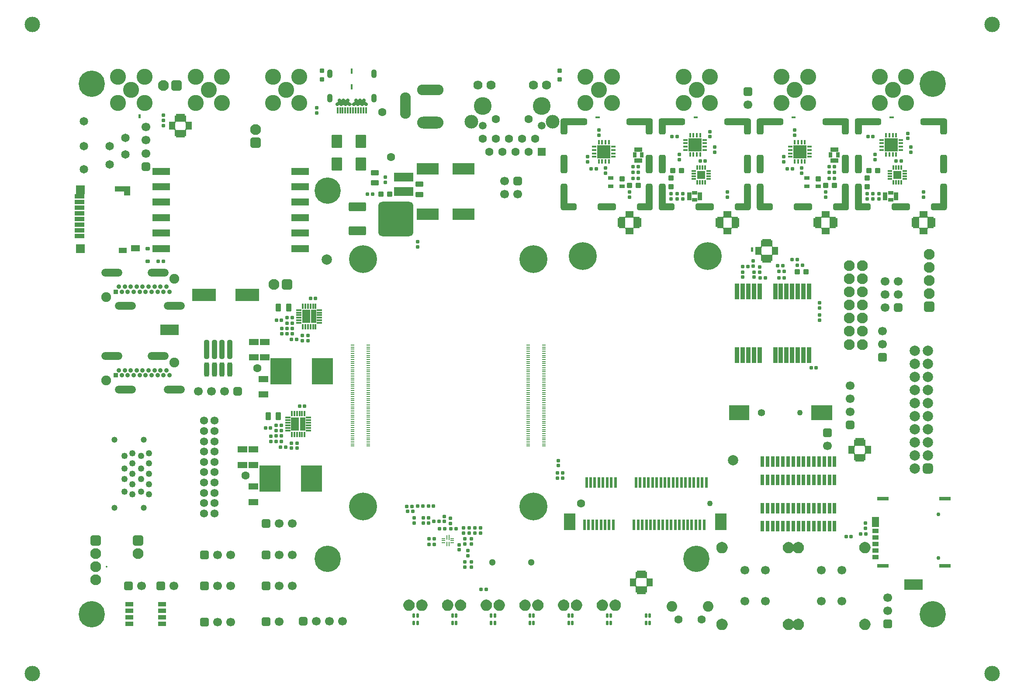
<source format=gts>
G04*
G04 #@! TF.GenerationSoftware,Altium Limited,Altium Designer,19.1.6 (110)*
G04*
G04 Layer_Color=8388736*
%FSLAX44Y44*%
%MOMM*%
G71*
G01*
G75*
%ADD38C,1.6000*%
%ADD39R,0.6000X2.0000*%
%ADD53R,0.7000X0.2000*%
%ADD54R,2.3000X3.2000*%
%ADD109R,1.3000X1.3000*%
%ADD110R,2.2500X1.3000*%
%ADD111R,1.1000X1.6500*%
%ADD112R,1.7000X1.3000*%
%ADD113R,0.9000X3.1000*%
G04:AMPARAMS|DCode=114|XSize=0.7mm|YSize=0.7mm|CornerRadius=0.11mm|HoleSize=0mm|Usage=FLASHONLY|Rotation=180.000|XOffset=0mm|YOffset=0mm|HoleType=Round|Shape=RoundedRectangle|*
%AMROUNDEDRECTD114*
21,1,0.7000,0.4800,0,0,180.0*
21,1,0.4800,0.7000,0,0,180.0*
1,1,0.2200,-0.2400,0.2400*
1,1,0.2200,0.2400,0.2400*
1,1,0.2200,0.2400,-0.2400*
1,1,0.2200,-0.2400,-0.2400*
%
%ADD114ROUNDEDRECTD114*%
%ADD115R,3.9000X2.9000*%
%ADD116R,4.1000X2.9000*%
G04:AMPARAMS|DCode=117|XSize=0.8mm|YSize=0.5mm|CornerRadius=0.1mm|HoleSize=0mm|Usage=FLASHONLY|Rotation=90.000|XOffset=0mm|YOffset=0mm|HoleType=Round|Shape=RoundedRectangle|*
%AMROUNDEDRECTD117*
21,1,0.8000,0.3000,0,0,90.0*
21,1,0.6000,0.5000,0,0,90.0*
1,1,0.2000,0.1500,0.3000*
1,1,0.2000,0.1500,-0.3000*
1,1,0.2000,-0.1500,-0.3000*
1,1,0.2000,-0.1500,0.3000*
%
%ADD117ROUNDEDRECTD117*%
G04:AMPARAMS|DCode=118|XSize=0.6mm|YSize=0.7mm|CornerRadius=0.1mm|HoleSize=0mm|Usage=FLASHONLY|Rotation=270.000|XOffset=0mm|YOffset=0mm|HoleType=Round|Shape=RoundedRectangle|*
%AMROUNDEDRECTD118*
21,1,0.6000,0.5000,0,0,270.0*
21,1,0.4000,0.7000,0,0,270.0*
1,1,0.2000,-0.2500,-0.2000*
1,1,0.2000,-0.2500,0.2000*
1,1,0.2000,0.2500,0.2000*
1,1,0.2000,0.2500,-0.2000*
%
%ADD118ROUNDEDRECTD118*%
%ADD119R,0.4000X0.4100*%
G04:AMPARAMS|DCode=120|XSize=0.6mm|YSize=0.7mm|CornerRadius=0.1mm|HoleSize=0mm|Usage=FLASHONLY|Rotation=0.000|XOffset=0mm|YOffset=0mm|HoleType=Round|Shape=RoundedRectangle|*
%AMROUNDEDRECTD120*
21,1,0.6000,0.5000,0,0,0.0*
21,1,0.4000,0.7000,0,0,0.0*
1,1,0.2000,0.2000,-0.2500*
1,1,0.2000,-0.2000,-0.2500*
1,1,0.2000,-0.2000,0.2500*
1,1,0.2000,0.2000,0.2500*
%
%ADD120ROUNDEDRECTD120*%
G04:AMPARAMS|DCode=121|XSize=0.7mm|YSize=0.7mm|CornerRadius=0.11mm|HoleSize=0mm|Usage=FLASHONLY|Rotation=90.000|XOffset=0mm|YOffset=0mm|HoleType=Round|Shape=RoundedRectangle|*
%AMROUNDEDRECTD121*
21,1,0.7000,0.4800,0,0,90.0*
21,1,0.4800,0.7000,0,0,90.0*
1,1,0.2200,0.2400,0.2400*
1,1,0.2200,0.2400,-0.2400*
1,1,0.2200,-0.2400,-0.2400*
1,1,0.2200,-0.2400,0.2400*
%
%ADD121ROUNDEDRECTD121*%
G04:AMPARAMS|DCode=122|XSize=1.1mm|YSize=1mm|CornerRadius=0.1625mm|HoleSize=0mm|Usage=FLASHONLY|Rotation=270.000|XOffset=0mm|YOffset=0mm|HoleType=Round|Shape=RoundedRectangle|*
%AMROUNDEDRECTD122*
21,1,1.1000,0.6750,0,0,270.0*
21,1,0.7750,1.0000,0,0,270.0*
1,1,0.3250,-0.3375,-0.3875*
1,1,0.3250,-0.3375,0.3875*
1,1,0.3250,0.3375,0.3875*
1,1,0.3250,0.3375,-0.3875*
%
%ADD122ROUNDEDRECTD122*%
%ADD123C,1.7000*%
%ADD124R,0.7000X2.1000*%
%ADD125R,0.8000X0.2800*%
%ADD126R,0.2800X0.8900*%
%ADD127R,0.2800X0.9900*%
%ADD128R,1.5000X0.9000*%
G04:AMPARAMS|DCode=129|XSize=1.1mm|YSize=1mm|CornerRadius=0.1625mm|HoleSize=0mm|Usage=FLASHONLY|Rotation=180.000|XOffset=0mm|YOffset=0mm|HoleType=Round|Shape=RoundedRectangle|*
%AMROUNDEDRECTD129*
21,1,1.1000,0.6750,0,0,180.0*
21,1,0.7750,1.0000,0,0,180.0*
1,1,0.3250,-0.3875,0.3375*
1,1,0.3250,0.3875,0.3375*
1,1,0.3250,0.3875,-0.3375*
1,1,0.3250,-0.3875,-0.3375*
%
%ADD129ROUNDEDRECTD129*%
G04:AMPARAMS|DCode=130|XSize=1.6mm|YSize=1.6mm|CornerRadius=0.125mm|HoleSize=0mm|Usage=FLASHONLY|Rotation=180.000|XOffset=0mm|YOffset=0mm|HoleType=Round|Shape=RoundedRectangle|*
%AMROUNDEDRECTD130*
21,1,1.6000,1.3500,0,0,180.0*
21,1,1.3500,1.6000,0,0,180.0*
1,1,0.2500,-0.6750,0.6750*
1,1,0.2500,0.6750,0.6750*
1,1,0.2500,0.6750,-0.6750*
1,1,0.2500,-0.6750,-0.6750*
%
%ADD130ROUNDEDRECTD130*%
G04:AMPARAMS|DCode=131|XSize=0.4mm|YSize=0.9mm|CornerRadius=0.125mm|HoleSize=0mm|Usage=FLASHONLY|Rotation=180.000|XOffset=0mm|YOffset=0mm|HoleType=Round|Shape=RoundedRectangle|*
%AMROUNDEDRECTD131*
21,1,0.4000,0.6500,0,0,180.0*
21,1,0.1500,0.9000,0,0,180.0*
1,1,0.2500,-0.0750,0.3250*
1,1,0.2500,0.0750,0.3250*
1,1,0.2500,0.0750,-0.3250*
1,1,0.2500,-0.0750,-0.3250*
%
%ADD131ROUNDEDRECTD131*%
G04:AMPARAMS|DCode=132|XSize=0.4mm|YSize=0.9mm|CornerRadius=0.125mm|HoleSize=0mm|Usage=FLASHONLY|Rotation=270.000|XOffset=0mm|YOffset=0mm|HoleType=Round|Shape=RoundedRectangle|*
%AMROUNDEDRECTD132*
21,1,0.4000,0.6500,0,0,270.0*
21,1,0.1500,0.9000,0,0,270.0*
1,1,0.2500,-0.3250,-0.0750*
1,1,0.2500,-0.3250,0.0750*
1,1,0.2500,0.3250,0.0750*
1,1,0.2500,0.3250,-0.0750*
%
%ADD132ROUNDEDRECTD132*%
%ADD133R,0.8500X1.6000*%
%ADD134R,1.0000X0.7000*%
%ADD135R,1.6000X0.8500*%
%ADD136R,0.7000X1.0000*%
G04:AMPARAMS|DCode=137|XSize=1.5mm|YSize=1.1mm|CornerRadius=0.175mm|HoleSize=0mm|Usage=FLASHONLY|Rotation=0.000|XOffset=0mm|YOffset=0mm|HoleType=Round|Shape=RoundedRectangle|*
%AMROUNDEDRECTD137*
21,1,1.5000,0.7500,0,0,0.0*
21,1,1.1500,1.1000,0,0,0.0*
1,1,0.3500,0.5750,-0.3750*
1,1,0.3500,-0.5750,-0.3750*
1,1,0.3500,-0.5750,0.3750*
1,1,0.3500,0.5750,0.3750*
%
%ADD137ROUNDEDRECTD137*%
%ADD138R,4.2500X2.2500*%
%ADD139C,3.0000*%
%ADD140R,1.7019X1.2013*%
%ADD141R,1.2000X1.7000*%
%ADD142R,1.6006X1.0004*%
%ADD143R,1.7011X1.0006*%
%ADD144R,1.7018X1.7018*%
%ADD145R,1.7009X1.7009*%
%ADD146R,1.9526X0.9011*%
%ADD147R,1.9518X0.9007*%
%ADD148R,1.9504X0.9002*%
%ADD149R,1.9525X0.9010*%
%ADD150R,1.9522X0.9009*%
%ADD151R,1.9516X0.9006*%
%ADD152R,1.9530X0.9012*%
%ADD153R,1.9504X0.9002*%
%ADD154R,2.2000X0.8000*%
%ADD155R,1.3400X1.0000*%
%ADD156R,1.2400X0.9000*%
G04:AMPARAMS|DCode=157|XSize=0.95mm|YSize=3.65mm|CornerRadius=0.2625mm|HoleSize=0mm|Usage=FLASHONLY|Rotation=0.000|XOffset=0mm|YOffset=0mm|HoleType=Round|Shape=RoundedRectangle|*
%AMROUNDEDRECTD157*
21,1,0.9500,3.1250,0,0,0.0*
21,1,0.4250,3.6500,0,0,0.0*
1,1,0.5250,0.2125,-1.5625*
1,1,0.5250,-0.2125,-1.5625*
1,1,0.5250,-0.2125,1.5625*
1,1,0.5250,0.2125,1.5625*
%
%ADD157ROUNDEDRECTD157*%
G04:AMPARAMS|DCode=158|XSize=0.95mm|YSize=2.75mm|CornerRadius=0.2625mm|HoleSize=0mm|Usage=FLASHONLY|Rotation=0.000|XOffset=0mm|YOffset=0mm|HoleType=Round|Shape=RoundedRectangle|*
%AMROUNDEDRECTD158*
21,1,0.9500,2.2250,0,0,0.0*
21,1,0.4250,2.7500,0,0,0.0*
1,1,0.5250,0.2125,-1.1125*
1,1,0.5250,-0.2125,-1.1125*
1,1,0.5250,-0.2125,1.1125*
1,1,0.5250,0.2125,1.1125*
%
%ADD158ROUNDEDRECTD158*%
%ADD159R,3.8000X1.7000*%
%ADD160R,0.3000X1.1000*%
%ADD161R,0.4000X1.3000*%
G04:AMPARAMS|DCode=162|XSize=1.9mm|YSize=1.25mm|CornerRadius=0.1938mm|HoleSize=0mm|Usage=FLASHONLY|Rotation=180.000|XOffset=0mm|YOffset=0mm|HoleType=Round|Shape=RoundedRectangle|*
%AMROUNDEDRECTD162*
21,1,1.9000,0.8625,0,0,180.0*
21,1,1.5125,1.2500,0,0,180.0*
1,1,0.3875,-0.7563,0.4313*
1,1,0.3875,0.7563,0.4313*
1,1,0.3875,0.7563,-0.4313*
1,1,0.3875,-0.7563,-0.4313*
%
%ADD162ROUNDEDRECTD162*%
G04:AMPARAMS|DCode=163|XSize=3.4mm|YSize=1.7mm|CornerRadius=0.25mm|HoleSize=0mm|Usage=FLASHONLY|Rotation=180.000|XOffset=0mm|YOffset=0mm|HoleType=Round|Shape=RoundedRectangle|*
%AMROUNDEDRECTD163*
21,1,3.4000,1.2000,0,0,180.0*
21,1,2.9000,1.7000,0,0,180.0*
1,1,0.5000,-1.4500,0.6000*
1,1,0.5000,1.4500,0.6000*
1,1,0.5000,1.4500,-0.6000*
1,1,0.5000,-1.4500,-0.6000*
%
%ADD163ROUNDEDRECTD163*%
G04:AMPARAMS|DCode=164|XSize=6.8mm|YSize=6.8mm|CornerRadius=0.8875mm|HoleSize=0mm|Usage=FLASHONLY|Rotation=180.000|XOffset=0mm|YOffset=0mm|HoleType=Round|Shape=RoundedRectangle|*
%AMROUNDEDRECTD164*
21,1,6.8000,5.0250,0,0,180.0*
21,1,5.0250,6.8000,0,0,180.0*
1,1,1.7750,-2.5125,2.5125*
1,1,1.7750,2.5125,2.5125*
1,1,1.7750,2.5125,-2.5125*
1,1,1.7750,-2.5125,-2.5125*
%
%ADD164ROUNDEDRECTD164*%
%ADD165R,0.4100X0.4000*%
%ADD166R,1.0000X2.6500*%
%ADD167R,1.5000X2.6500*%
G04:AMPARAMS|DCode=168|XSize=0.35mm|YSize=1.1mm|CornerRadius=0.1125mm|HoleSize=0mm|Usage=FLASHONLY|Rotation=90.000|XOffset=0mm|YOffset=0mm|HoleType=Round|Shape=RoundedRectangle|*
%AMROUNDEDRECTD168*
21,1,0.3500,0.8750,0,0,90.0*
21,1,0.1250,1.1000,0,0,90.0*
1,1,0.2250,0.4375,0.0625*
1,1,0.2250,0.4375,-0.0625*
1,1,0.2250,-0.4375,-0.0625*
1,1,0.2250,-0.4375,0.0625*
%
%ADD168ROUNDEDRECTD168*%
G04:AMPARAMS|DCode=169|XSize=0.35mm|YSize=1.1mm|CornerRadius=0.1125mm|HoleSize=0mm|Usage=FLASHONLY|Rotation=180.000|XOffset=0mm|YOffset=0mm|HoleType=Round|Shape=RoundedRectangle|*
%AMROUNDEDRECTD169*
21,1,0.3500,0.8750,0,0,180.0*
21,1,0.1250,1.1000,0,0,180.0*
1,1,0.2250,-0.0625,0.4375*
1,1,0.2250,0.0625,0.4375*
1,1,0.2250,0.0625,-0.4375*
1,1,0.2250,-0.0625,-0.4375*
%
%ADD169ROUNDEDRECTD169*%
%ADD170R,0.4300X0.9500*%
%ADD171R,0.9500X0.4300*%
%ADD172R,2.5000X2.5000*%
G04:AMPARAMS|DCode=173|XSize=1.05mm|YSize=0.75mm|CornerRadius=0.2125mm|HoleSize=0mm|Usage=FLASHONLY|Rotation=180.000|XOffset=0mm|YOffset=0mm|HoleType=Round|Shape=RoundedRectangle|*
%AMROUNDEDRECTD173*
21,1,1.0500,0.3250,0,0,180.0*
21,1,0.6250,0.7500,0,0,180.0*
1,1,0.4250,-0.3125,0.1625*
1,1,0.4250,0.3125,0.1625*
1,1,0.4250,0.3125,-0.1625*
1,1,0.4250,-0.3125,-0.1625*
%
%ADD173ROUNDEDRECTD173*%
G04:AMPARAMS|DCode=174|XSize=1.05mm|YSize=1.1mm|CornerRadius=0.2875mm|HoleSize=0mm|Usage=FLASHONLY|Rotation=180.000|XOffset=0mm|YOffset=0mm|HoleType=Round|Shape=RoundedRectangle|*
%AMROUNDEDRECTD174*
21,1,1.0500,0.5250,0,0,180.0*
21,1,0.4750,1.1000,0,0,180.0*
1,1,0.5750,-0.2375,0.2625*
1,1,0.5750,0.2375,0.2625*
1,1,0.5750,0.2375,-0.2625*
1,1,0.5750,-0.2375,-0.2625*
%
%ADD174ROUNDEDRECTD174*%
%ADD175R,4.1000X5.1000*%
G04:AMPARAMS|DCode=176|XSize=0.9mm|YSize=0.9mm|CornerRadius=0.15mm|HoleSize=0mm|Usage=FLASHONLY|Rotation=90.000|XOffset=0mm|YOffset=0mm|HoleType=Round|Shape=RoundedRectangle|*
%AMROUNDEDRECTD176*
21,1,0.9000,0.6000,0,0,90.0*
21,1,0.6000,0.9000,0,0,90.0*
1,1,0.3000,0.3000,0.3000*
1,1,0.3000,0.3000,-0.3000*
1,1,0.3000,-0.3000,-0.3000*
1,1,0.3000,-0.3000,0.3000*
%
%ADD176ROUNDEDRECTD176*%
%ADD177R,3.4000X1.3700*%
%ADD178R,4.6000X2.4500*%
G04:AMPARAMS|DCode=179|XSize=3.1mm|YSize=1.3mm|CornerRadius=0.35mm|HoleSize=0mm|Usage=FLASHONLY|Rotation=90.000|XOffset=0mm|YOffset=0mm|HoleType=Round|Shape=RoundedRectangle|*
%AMROUNDEDRECTD179*
21,1,3.1000,0.6000,0,0,90.0*
21,1,2.4000,1.3000,0,0,90.0*
1,1,0.7000,0.3000,1.2000*
1,1,0.7000,0.3000,-1.2000*
1,1,0.7000,-0.3000,-1.2000*
1,1,0.7000,-0.3000,1.2000*
%
%ADD179ROUNDEDRECTD179*%
G04:AMPARAMS|DCode=180|XSize=3.6mm|YSize=1.3mm|CornerRadius=0.35mm|HoleSize=0mm|Usage=FLASHONLY|Rotation=90.000|XOffset=0mm|YOffset=0mm|HoleType=Round|Shape=RoundedRectangle|*
%AMROUNDEDRECTD180*
21,1,3.6000,0.6000,0,0,90.0*
21,1,2.9000,1.3000,0,0,90.0*
1,1,0.7000,0.3000,1.4500*
1,1,0.7000,0.3000,-1.4500*
1,1,0.7000,-0.3000,-1.4500*
1,1,0.7000,-0.3000,1.4500*
%
%ADD180ROUNDEDRECTD180*%
G04:AMPARAMS|DCode=181|XSize=3.6mm|YSize=1.3mm|CornerRadius=0.35mm|HoleSize=0mm|Usage=FLASHONLY|Rotation=0.000|XOffset=0mm|YOffset=0mm|HoleType=Round|Shape=RoundedRectangle|*
%AMROUNDEDRECTD181*
21,1,3.6000,0.6000,0,0,0.0*
21,1,2.9000,1.3000,0,0,0.0*
1,1,0.7000,1.4500,-0.3000*
1,1,0.7000,-1.4500,-0.3000*
1,1,0.7000,-1.4500,0.3000*
1,1,0.7000,1.4500,0.3000*
%
%ADD181ROUNDEDRECTD181*%
G04:AMPARAMS|DCode=182|XSize=3.1mm|YSize=1.3mm|CornerRadius=0.35mm|HoleSize=0mm|Usage=FLASHONLY|Rotation=0.000|XOffset=0mm|YOffset=0mm|HoleType=Round|Shape=RoundedRectangle|*
%AMROUNDEDRECTD182*
21,1,3.1000,0.6000,0,0,0.0*
21,1,2.4000,1.3000,0,0,0.0*
1,1,0.7000,1.2000,-0.3000*
1,1,0.7000,-1.2000,-0.3000*
1,1,0.7000,-1.2000,0.3000*
1,1,0.7000,1.2000,0.3000*
%
%ADD182ROUNDEDRECTD182*%
G04:AMPARAMS|DCode=183|XSize=5.1mm|YSize=1.3mm|CornerRadius=0.35mm|HoleSize=0mm|Usage=FLASHONLY|Rotation=270.000|XOffset=0mm|YOffset=0mm|HoleType=Round|Shape=RoundedRectangle|*
%AMROUNDEDRECTD183*
21,1,5.1000,0.6000,0,0,270.0*
21,1,4.4000,1.3000,0,0,270.0*
1,1,0.7000,-0.3000,-2.2000*
1,1,0.7000,-0.3000,2.2000*
1,1,0.7000,0.3000,2.2000*
1,1,0.7000,0.3000,-2.2000*
%
%ADD183ROUNDEDRECTD183*%
G04:AMPARAMS|DCode=184|XSize=5.1mm|YSize=1.3mm|CornerRadius=0.35mm|HoleSize=0mm|Usage=FLASHONLY|Rotation=0.000|XOffset=0mm|YOffset=0mm|HoleType=Round|Shape=RoundedRectangle|*
%AMROUNDEDRECTD184*
21,1,5.1000,0.6000,0,0,0.0*
21,1,4.4000,1.3000,0,0,0.0*
1,1,0.7000,2.2000,-0.3000*
1,1,0.7000,-2.2000,-0.3000*
1,1,0.7000,-2.2000,0.3000*
1,1,0.7000,2.2000,0.3000*
%
%ADD184ROUNDEDRECTD184*%
G04:AMPARAMS|DCode=185|XSize=2.6mm|YSize=2.1mm|CornerRadius=0.3mm|HoleSize=0mm|Usage=FLASHONLY|Rotation=90.000|XOffset=0mm|YOffset=0mm|HoleType=Round|Shape=RoundedRectangle|*
%AMROUNDEDRECTD185*
21,1,2.6000,1.5000,0,0,90.0*
21,1,2.0000,2.1000,0,0,90.0*
1,1,0.6000,0.7500,1.0000*
1,1,0.6000,0.7500,-1.0000*
1,1,0.6000,-0.7500,-1.0000*
1,1,0.6000,-0.7500,1.0000*
%
%ADD185ROUNDEDRECTD185*%
%ADD186C,2.0000*%
%ADD187R,3.6000X2.0000*%
G04:AMPARAMS|DCode=188|XSize=0.7mm|YSize=0.8mm|CornerRadius=0.125mm|HoleSize=0mm|Usage=FLASHONLY|Rotation=270.000|XOffset=0mm|YOffset=0mm|HoleType=Round|Shape=RoundedRectangle|*
%AMROUNDEDRECTD188*
21,1,0.7000,0.5500,0,0,270.0*
21,1,0.4500,0.8000,0,0,270.0*
1,1,0.2500,-0.2750,-0.2250*
1,1,0.2500,-0.2750,0.2250*
1,1,0.2500,0.2750,0.2250*
1,1,0.2500,0.2750,-0.2250*
%
%ADD188ROUNDEDRECTD188*%
%ADD189R,1.6500X1.1000*%
%ADD190R,1.3000X1.7000*%
%ADD191R,1.3000X1.3000*%
%ADD192R,1.3000X2.2500*%
G04:AMPARAMS|DCode=193|XSize=1.5mm|YSize=1.1mm|CornerRadius=0.175mm|HoleSize=0mm|Usage=FLASHONLY|Rotation=90.000|XOffset=0mm|YOffset=0mm|HoleType=Round|Shape=RoundedRectangle|*
%AMROUNDEDRECTD193*
21,1,1.5000,0.7500,0,0,90.0*
21,1,1.1500,1.1000,0,0,90.0*
1,1,0.3500,0.3750,0.5750*
1,1,0.3500,0.3750,-0.5750*
1,1,0.3500,-0.3750,-0.5750*
1,1,0.3500,-0.3750,0.5750*
%
%ADD193ROUNDEDRECTD193*%
%ADD194R,2.5000X2.5000*%
%ADD195C,1.2500*%
%ADD196C,1.5780*%
G04:AMPARAMS|DCode=197|XSize=1.624mm|YSize=1.624mm|CornerRadius=0.2405mm|HoleSize=0mm|Usage=FLASHONLY|Rotation=180.000|XOffset=0mm|YOffset=0mm|HoleType=Round|Shape=RoundedRectangle|*
%AMROUNDEDRECTD197*
21,1,1.6240,1.1430,0,0,180.0*
21,1,1.1430,1.6240,0,0,180.0*
1,1,0.4810,-0.5715,0.5715*
1,1,0.4810,0.5715,0.5715*
1,1,0.4810,0.5715,-0.5715*
1,1,0.4810,-0.5715,-0.5715*
%
%ADD197ROUNDEDRECTD197*%
%ADD198C,1.4000*%
%ADD199C,1.1000*%
G04:AMPARAMS|DCode=200|XSize=1.7mm|YSize=1.7mm|CornerRadius=0.45mm|HoleSize=0mm|Usage=FLASHONLY|Rotation=0.000|XOffset=0mm|YOffset=0mm|HoleType=Round|Shape=RoundedRectangle|*
%AMROUNDEDRECTD200*
21,1,1.7000,0.8000,0,0,0.0*
21,1,0.8000,1.7000,0,0,0.0*
1,1,0.9000,0.4000,-0.4000*
1,1,0.9000,-0.4000,-0.4000*
1,1,0.9000,-0.4000,0.4000*
1,1,0.9000,0.4000,0.4000*
%
%ADD200ROUNDEDRECTD200*%
%ADD201C,1.1886*%
%ADD202C,2.1000*%
%ADD203C,5.4000*%
G04:AMPARAMS|DCode=204|XSize=1.624mm|YSize=1.624mm|CornerRadius=0.2405mm|HoleSize=0mm|Usage=FLASHONLY|Rotation=90.000|XOffset=0mm|YOffset=0mm|HoleType=Round|Shape=RoundedRectangle|*
%AMROUNDEDRECTD204*
21,1,1.6240,1.1430,0,0,90.0*
21,1,1.1430,1.6240,0,0,90.0*
1,1,0.4810,0.5715,0.5715*
1,1,0.4810,0.5715,-0.5715*
1,1,0.4810,-0.5715,-0.5715*
1,1,0.4810,-0.5715,0.5715*
%
%ADD204ROUNDEDRECTD204*%
%ADD205C,1.7800*%
%ADD206C,1.6080*%
%ADD207C,1.5080*%
%ADD208R,1.6080X1.6080*%
%ADD209C,2.6500*%
%ADD210C,3.4500*%
%ADD211C,1.6500*%
%ADD212O,2.1000X5.1000*%
%ADD213O,5.1000X2.3000*%
%ADD214O,5.1000X2.1000*%
%ADD215C,0.7500*%
%ADD216C,1.3000*%
%ADD217C,5.1000*%
%ADD218O,1.1000X1.7000*%
%ADD219C,0.7300*%
%ADD220C,2.0500*%
G04:AMPARAMS|DCode=221|XSize=2.1mm|YSize=2.1mm|CornerRadius=0.55mm|HoleSize=0mm|Usage=FLASHONLY|Rotation=90.000|XOffset=0mm|YOffset=0mm|HoleType=Round|Shape=RoundedRectangle|*
%AMROUNDEDRECTD221*
21,1,2.1000,1.0000,0,0,90.0*
21,1,1.0000,2.1000,0,0,90.0*
1,1,1.1000,0.5000,0.5000*
1,1,1.1000,0.5000,-0.5000*
1,1,1.1000,-0.5000,-0.5000*
1,1,1.1000,-0.5000,0.5000*
%
%ADD221ROUNDEDRECTD221*%
G04:AMPARAMS|DCode=222|XSize=1.7mm|YSize=1.7mm|CornerRadius=0.45mm|HoleSize=0mm|Usage=FLASHONLY|Rotation=90.000|XOffset=0mm|YOffset=0mm|HoleType=Round|Shape=RoundedRectangle|*
%AMROUNDEDRECTD222*
21,1,1.7000,0.8000,0,0,90.0*
21,1,0.8000,1.7000,0,0,90.0*
1,1,0.9000,0.4000,0.4000*
1,1,0.9000,0.4000,-0.4000*
1,1,0.9000,-0.4000,-0.4000*
1,1,0.9000,-0.4000,0.4000*
%
%ADD222ROUNDEDRECTD222*%
%ADD223O,4.1000X1.5000*%
%ADD224C,0.9000*%
%ADD225R,0.9000X0.9000*%
%ADD226C,1.9000*%
%ADD227C,3.1000*%
%ADD228C,0.3500*%
G04:AMPARAMS|DCode=229|XSize=2mm|YSize=2mm|CornerRadius=0.525mm|HoleSize=0mm|Usage=FLASHONLY|Rotation=90.000|XOffset=0mm|YOffset=0mm|HoleType=Round|Shape=RoundedRectangle|*
%AMROUNDEDRECTD229*
21,1,2.0000,0.9500,0,0,90.0*
21,1,0.9500,2.0000,0,0,90.0*
1,1,1.0500,0.4750,0.4750*
1,1,1.0500,0.4750,-0.4750*
1,1,1.0500,-0.4750,-0.4750*
1,1,1.0500,-0.4750,0.4750*
%
%ADD229ROUNDEDRECTD229*%
%ADD230C,1.0000*%
G04:AMPARAMS|DCode=231|XSize=2.1mm|YSize=2.1mm|CornerRadius=0.55mm|HoleSize=0mm|Usage=FLASHONLY|Rotation=180.000|XOffset=0mm|YOffset=0mm|HoleType=Round|Shape=RoundedRectangle|*
%AMROUNDEDRECTD231*
21,1,2.1000,1.0000,0,0,180.0*
21,1,1.0000,2.1000,0,0,180.0*
1,1,1.1000,-0.5000,0.5000*
1,1,1.1000,0.5000,0.5000*
1,1,1.1000,0.5000,-0.5000*
1,1,1.1000,-0.5000,-0.5000*
%
%ADD231ROUNDEDRECTD231*%
G36*
X568000Y1028250D02*
Y1026200D01*
X565550Y1023750D01*
X544950D01*
X543250Y1025450D01*
Y1024250D01*
X535250D01*
Y1025450D01*
X533550Y1023750D01*
X512950D01*
X510500Y1026200D01*
Y1028250D01*
X516000Y1033750D01*
X530500D01*
X536000Y1028250D01*
Y1026250D01*
X542500D01*
Y1028250D01*
X548000Y1033750D01*
X562500D01*
X568000Y1028250D01*
D02*
G37*
G36*
X1589750Y997750D02*
X1581750D01*
Y1001750D01*
X1589750D01*
Y997750D01*
D02*
G37*
G36*
X1399750D02*
X1391750D01*
Y1001750D01*
X1399750D01*
Y997750D01*
D02*
G37*
G36*
X1209750Y997750D02*
X1201750Y997750D01*
Y1001750D01*
X1209750D01*
Y997750D01*
D02*
G37*
G36*
X1019750Y997750D02*
X1011750D01*
Y1001750D01*
X1019750D01*
Y997750D01*
D02*
G37*
G36*
X130250D02*
X126250D01*
Y1005750D01*
X130250D01*
Y997750D01*
D02*
G37*
G36*
X219250Y989000D02*
X216750D01*
Y991500D01*
X219250D01*
Y989000D01*
D02*
G37*
G36*
X197750D02*
X195250D01*
Y991500D01*
X197750D01*
Y989000D01*
D02*
G37*
G36*
X219250Y975000D02*
X216750D01*
Y977500D01*
X219250D01*
Y975000D01*
D02*
G37*
G36*
X197750D02*
X195250D01*
Y977500D01*
X197750D01*
Y975000D01*
D02*
G37*
G36*
X110180Y848500D02*
X97930D01*
Y855750D01*
X97430D01*
Y865750D01*
X110180D01*
X110180Y848500D01*
D02*
G37*
G36*
X1655650Y804750D02*
X1653150D01*
Y807250D01*
X1655650D01*
Y804750D01*
D02*
G37*
G36*
X1641650D02*
X1639150D01*
Y807250D01*
X1641650D01*
Y804750D01*
D02*
G37*
G36*
X1465650D02*
X1463150D01*
Y807250D01*
X1465650D01*
Y804750D01*
D02*
G37*
G36*
X1451650D02*
X1449150D01*
Y807250D01*
X1451650D01*
Y804750D01*
D02*
G37*
G36*
X1275650D02*
X1273150D01*
Y807250D01*
X1275650D01*
Y804750D01*
D02*
G37*
G36*
X1261650D02*
X1259150D01*
Y807250D01*
X1261650D01*
Y804750D01*
D02*
G37*
G36*
X1085650D02*
X1083150D01*
Y807250D01*
X1085650D01*
Y804750D01*
D02*
G37*
G36*
X1071650D02*
X1069150D01*
Y807250D01*
X1071650D01*
Y804750D01*
D02*
G37*
G36*
X1655650Y783250D02*
X1653150D01*
Y785750D01*
X1655650D01*
Y783250D01*
D02*
G37*
G36*
X1465650D02*
X1463150D01*
Y785750D01*
X1465650D01*
Y783250D01*
D02*
G37*
G36*
X1275650D02*
X1273150D01*
Y785750D01*
X1275650D01*
Y783250D01*
D02*
G37*
G36*
X1085650D02*
X1083150D01*
Y785750D01*
X1085650D01*
Y783250D01*
D02*
G37*
G36*
X1641650Y783250D02*
X1639150D01*
Y785750D01*
X1641650D01*
Y783250D01*
D02*
G37*
G36*
X1451650D02*
X1449150D01*
Y785750D01*
X1451650D01*
Y783250D01*
D02*
G37*
G36*
X1261650D02*
X1259150D01*
Y785750D01*
X1261650D01*
Y783250D01*
D02*
G37*
G36*
X1071650D02*
X1069150D01*
Y785750D01*
X1071650D01*
Y783250D01*
D02*
G37*
G36*
X1355750Y746500D02*
X1353250D01*
Y749000D01*
X1355750D01*
Y746500D01*
D02*
G37*
G36*
X1334250D02*
X1331750D01*
Y749000D01*
X1334250D01*
Y746500D01*
D02*
G37*
G36*
X1317000Y739000D02*
X1313000D01*
Y747000D01*
X1317000D01*
Y739000D01*
D02*
G37*
G36*
X1355750Y732500D02*
X1353250D01*
Y735000D01*
X1355750D01*
Y732500D01*
D02*
G37*
G36*
X1334250D02*
X1331750D01*
Y735000D01*
X1334250D01*
Y732500D01*
D02*
G37*
G36*
X1536000Y360000D02*
X1533500D01*
Y362500D01*
X1536000D01*
Y360000D01*
D02*
G37*
G36*
X1514500D02*
X1512000D01*
Y362500D01*
X1514500D01*
Y360000D01*
D02*
G37*
G36*
X1536000Y346000D02*
X1533500D01*
Y348500D01*
X1536000D01*
Y346000D01*
D02*
G37*
G36*
X1514500D02*
X1512000D01*
Y348500D01*
X1514500D01*
Y346000D01*
D02*
G37*
G36*
X1407958Y175327D02*
X1409960Y174498D01*
X1411762Y173294D01*
X1413294Y171762D01*
X1414498Y169960D01*
X1415327Y167958D01*
X1415750Y165833D01*
Y164750D01*
Y163666D01*
X1415327Y161541D01*
X1414498Y159539D01*
X1413294Y157738D01*
X1411762Y156206D01*
X1409960Y155002D01*
X1407958Y154172D01*
X1405833Y153750D01*
X1404750D01*
Y164750D01*
X1404750Y153750D01*
X1404750Y153750D01*
X1403666D01*
X1401541Y154172D01*
X1399539Y155002D01*
X1397738Y156206D01*
X1396206Y157738D01*
X1395250Y159168D01*
X1394294Y157738D01*
X1392762Y156206D01*
X1390960Y155002D01*
X1388958Y154172D01*
X1386833Y153750D01*
X1384666D01*
X1382541Y154172D01*
X1380539Y155002D01*
X1378738Y156206D01*
X1377206Y157738D01*
X1376002Y159539D01*
X1375172Y161541D01*
X1374750Y163666D01*
Y164750D01*
Y165833D01*
X1375172Y167958D01*
X1376002Y169960D01*
X1377206Y171762D01*
X1378738Y173294D01*
X1380539Y174498D01*
X1382541Y175327D01*
X1384666Y175750D01*
X1386833D01*
X1388958Y175327D01*
X1390960Y174498D01*
X1392762Y173294D01*
X1394294Y171762D01*
X1395250Y170331D01*
X1396206Y171762D01*
X1397738Y173294D01*
X1399539Y174498D01*
X1401541Y175327D01*
X1403666Y175750D01*
X1405833D01*
X1407958Y175327D01*
D02*
G37*
G36*
X1536958D02*
X1538960Y174498D01*
X1540762Y173294D01*
X1542294Y171762D01*
X1543498Y169960D01*
X1544327Y167958D01*
X1544750Y165833D01*
Y164750D01*
Y163666D01*
X1544327Y161541D01*
X1543498Y159539D01*
X1542294Y157738D01*
X1540762Y156206D01*
X1538960Y155002D01*
X1536958Y154172D01*
X1534833Y153750D01*
X1532666D01*
X1530541Y154172D01*
X1528539Y155002D01*
X1526738Y156206D01*
X1525206Y157738D01*
X1524002Y159539D01*
X1523172Y161541D01*
X1522750Y163666D01*
Y164750D01*
Y165833D01*
X1523172Y167958D01*
X1524002Y169960D01*
X1525206Y171762D01*
X1526738Y173294D01*
X1528539Y174498D01*
X1530541Y175327D01*
X1532666Y175750D01*
X1534833D01*
X1536958Y175327D01*
D02*
G37*
G36*
X1259958D02*
X1261960Y174498D01*
X1263762Y173294D01*
X1265294Y171762D01*
X1266498Y169960D01*
X1267327Y167958D01*
X1267750Y165833D01*
Y164750D01*
Y163666D01*
X1267327Y161541D01*
X1266498Y159539D01*
X1265294Y157738D01*
X1263762Y156206D01*
X1261960Y155002D01*
X1259958Y154172D01*
X1257833Y153750D01*
X1256750D01*
Y164750D01*
X1256750Y153750D01*
X1256750Y153750D01*
X1255666D01*
X1253541Y154172D01*
X1251539Y155002D01*
X1249738Y156206D01*
X1248206Y157738D01*
X1247002Y159539D01*
X1246172Y161541D01*
X1245750Y163666D01*
Y164750D01*
Y165833D01*
X1246172Y167958D01*
X1247002Y169960D01*
X1248206Y171762D01*
X1249738Y173294D01*
X1251539Y174498D01*
X1253541Y175327D01*
X1255666Y175750D01*
X1257833D01*
X1259958Y175327D01*
D02*
G37*
G36*
X1112750Y103000D02*
X1110250D01*
Y105500D01*
X1112750D01*
Y103000D01*
D02*
G37*
G36*
X1091250D02*
X1088750D01*
Y105500D01*
X1091250D01*
Y103000D01*
D02*
G37*
G36*
X1112750Y89000D02*
X1110250D01*
Y91500D01*
X1112750D01*
Y89000D01*
D02*
G37*
G36*
X1091250D02*
X1088750D01*
Y91500D01*
X1091250D01*
Y89000D01*
D02*
G37*
G36*
X953314Y63602D02*
X955315Y62773D01*
X957117Y61569D01*
X958649Y60037D01*
X959853Y58236D01*
X960682Y56234D01*
X961105Y54108D01*
X961105Y53025D01*
X961105Y51942D01*
X960682Y49816D01*
X959853Y47814D01*
X958649Y46013D01*
X957117Y44481D01*
X955315Y43277D01*
X953314Y42448D01*
X951188Y42025D01*
X950105Y42025D01*
Y53025D01*
X950105Y42025D01*
X950105D01*
X949022Y42025D01*
X946896Y42448D01*
X944894Y43277D01*
X943093Y44481D01*
X941561Y46013D01*
X940357Y47814D01*
X939528Y49816D01*
X939105Y51942D01*
Y53025D01*
X939105Y54108D01*
X939528Y56234D01*
X940357Y58236D01*
X941561Y60037D01*
X943093Y61569D01*
X944894Y62773D01*
X946896Y63602D01*
X949022Y64025D01*
X950105Y64025D01*
X951188Y64025D01*
X953314Y63602D01*
D02*
G37*
G36*
X878314D02*
X880315Y62773D01*
X882117Y61569D01*
X883649Y60037D01*
X884853Y58236D01*
X885682Y56234D01*
X886105Y54108D01*
X886105Y53025D01*
X886105Y51942D01*
X885682Y49816D01*
X884853Y47814D01*
X883649Y46013D01*
X882117Y44481D01*
X880315Y43277D01*
X878314Y42448D01*
X876188Y42025D01*
X875105Y42025D01*
Y53025D01*
X875105Y42025D01*
X875105D01*
X874022Y42025D01*
X871896Y42448D01*
X869894Y43277D01*
X868093Y44481D01*
X866561Y46013D01*
X865357Y47814D01*
X864528Y49816D01*
X864105Y51942D01*
Y53025D01*
X864105Y54108D01*
X864528Y56234D01*
X865357Y58236D01*
X866561Y60037D01*
X868093Y61569D01*
X869894Y62773D01*
X871896Y63602D01*
X874022Y64025D01*
X875105Y64025D01*
X876188Y64025D01*
X878314Y63602D01*
D02*
G37*
G36*
X803314D02*
X805315Y62773D01*
X807117Y61569D01*
X808649Y60037D01*
X809853Y58236D01*
X810682Y56234D01*
X811105Y54108D01*
X811105Y53025D01*
X811105Y51942D01*
X810682Y49816D01*
X809853Y47814D01*
X808649Y46013D01*
X807117Y44481D01*
X805315Y43277D01*
X803314Y42448D01*
X801188Y42025D01*
X800105Y42025D01*
Y53025D01*
X800105Y42025D01*
X800105D01*
X799022Y42025D01*
X796896Y42448D01*
X794894Y43277D01*
X793093Y44481D01*
X791561Y46013D01*
X790357Y47814D01*
X789528Y49816D01*
X789105Y51942D01*
Y53025D01*
X789105Y54108D01*
X789528Y56234D01*
X790357Y58236D01*
X791561Y60037D01*
X793093Y61569D01*
X794894Y62773D01*
X796896Y63602D01*
X799022Y64025D01*
X800105Y64025D01*
X801188Y64025D01*
X803314Y63602D01*
D02*
G37*
G36*
X728314D02*
X730315Y62773D01*
X732117Y61569D01*
X733649Y60037D01*
X734853Y58236D01*
X735682Y56234D01*
X736105Y54108D01*
X736105Y53025D01*
X736105Y51942D01*
X735682Y49816D01*
X734853Y47814D01*
X733649Y46013D01*
X732117Y44481D01*
X730315Y43277D01*
X728314Y42448D01*
X726188Y42025D01*
X725105Y42025D01*
Y53025D01*
X725105Y42025D01*
X725105D01*
X724022Y42025D01*
X721896Y42448D01*
X719894Y43277D01*
X718093Y44481D01*
X716561Y46013D01*
X715357Y47814D01*
X714528Y49816D01*
X714105Y51942D01*
Y53025D01*
X714105Y54108D01*
X714528Y56234D01*
X715357Y58236D01*
X716561Y60037D01*
X718093Y61569D01*
X719894Y62773D01*
X721896Y63602D01*
X724022Y64025D01*
X725105Y64025D01*
X726188Y64025D01*
X728314Y63602D01*
D02*
G37*
G36*
X653314D02*
X655315Y62773D01*
X657117Y61569D01*
X658649Y60037D01*
X659853Y58236D01*
X660682Y56234D01*
X661105Y54108D01*
X661105Y53025D01*
X661105Y51942D01*
X660682Y49816D01*
X659853Y47814D01*
X658649Y46013D01*
X657117Y44481D01*
X655315Y43277D01*
X653314Y42448D01*
X651188Y42025D01*
X650105Y42025D01*
Y53025D01*
X650105Y42025D01*
X650105D01*
X649022Y42025D01*
X646896Y42448D01*
X644894Y43277D01*
X643093Y44481D01*
X641561Y46013D01*
X640357Y47814D01*
X639528Y49816D01*
X639105Y51942D01*
Y53025D01*
X639105Y54108D01*
X639528Y56234D01*
X640357Y58236D01*
X641561Y60037D01*
X643093Y61569D01*
X644894Y62773D01*
X646896Y63602D01*
X649022Y64025D01*
X650105Y64025D01*
X651188Y64025D01*
X653314Y63602D01*
D02*
G37*
G36*
X1028314Y63577D02*
X1030315Y62748D01*
X1032117Y61544D01*
X1033649Y60012D01*
X1034853Y58211D01*
X1035682Y56209D01*
X1036105Y54083D01*
X1036105Y53000D01*
X1036105Y51917D01*
X1035682Y49791D01*
X1034853Y47790D01*
X1033649Y45988D01*
X1032117Y44456D01*
X1030315Y43252D01*
X1028314Y42423D01*
X1026188Y42000D01*
X1025105Y42000D01*
Y53000D01*
X1025105Y42000D01*
X1025105D01*
X1024022Y42000D01*
X1021896Y42423D01*
X1019894Y43252D01*
X1018093Y44456D01*
X1016561Y45988D01*
X1015357Y47790D01*
X1014528Y49791D01*
X1014105Y51917D01*
Y53000D01*
X1014105Y54083D01*
X1014528Y56209D01*
X1015357Y58211D01*
X1016561Y60012D01*
X1018093Y61544D01*
X1019894Y62748D01*
X1021896Y63577D01*
X1024022Y64000D01*
X1025105Y64000D01*
X1026188Y64000D01*
X1028314Y63577D01*
D02*
G37*
G36*
X978314Y63602D02*
X980315Y62773D01*
X982117Y61569D01*
X983649Y60037D01*
X984853Y58236D01*
X985682Y56234D01*
X986105Y54108D01*
Y53025D01*
Y51942D01*
X985682Y49816D01*
X984853Y47814D01*
X983649Y46013D01*
X982117Y44481D01*
X980315Y43277D01*
X978314Y42448D01*
X976188Y42025D01*
X975105D01*
Y53025D01*
X975105Y42025D01*
X975105Y42025D01*
X974022D01*
X971896Y42448D01*
X969894Y43277D01*
X968093Y44481D01*
X966561Y46013D01*
X965357Y47814D01*
X964528Y49816D01*
X964105Y51942D01*
Y53025D01*
Y54108D01*
X964528Y56234D01*
X965357Y58236D01*
X966561Y60037D01*
X968093Y61569D01*
X969894Y62773D01*
X971896Y63602D01*
X974022Y64025D01*
X976188D01*
X978314Y63602D01*
D02*
G37*
G36*
X903314D02*
X905315Y62773D01*
X907117Y61569D01*
X908649Y60037D01*
X909853Y58236D01*
X910682Y56234D01*
X911105Y54108D01*
Y53025D01*
Y51942D01*
X910682Y49816D01*
X909853Y47814D01*
X908649Y46013D01*
X907117Y44481D01*
X905315Y43277D01*
X903314Y42448D01*
X901188Y42025D01*
X900105D01*
Y53025D01*
X900105Y42025D01*
X900105Y42025D01*
X899022D01*
X896896Y42448D01*
X894894Y43277D01*
X893093Y44481D01*
X891561Y46013D01*
X890357Y47814D01*
X889528Y49816D01*
X889105Y51942D01*
Y53025D01*
Y54108D01*
X889528Y56234D01*
X890357Y58236D01*
X891561Y60037D01*
X893093Y61569D01*
X894894Y62773D01*
X896896Y63602D01*
X899022Y64025D01*
X901188D01*
X903314Y63602D01*
D02*
G37*
G36*
X828314D02*
X830315Y62773D01*
X832117Y61569D01*
X833649Y60037D01*
X834853Y58236D01*
X835682Y56234D01*
X836105Y54108D01*
Y53025D01*
Y51942D01*
X835682Y49816D01*
X834853Y47814D01*
X833649Y46013D01*
X832117Y44481D01*
X830315Y43277D01*
X828314Y42448D01*
X826188Y42025D01*
X825105D01*
Y53025D01*
X825105Y42025D01*
X825105Y42025D01*
X824022D01*
X821896Y42448D01*
X819894Y43277D01*
X818093Y44481D01*
X816561Y46013D01*
X815357Y47814D01*
X814528Y49816D01*
X814105Y51942D01*
Y53025D01*
Y54108D01*
X814528Y56234D01*
X815357Y58236D01*
X816561Y60037D01*
X818093Y61569D01*
X819894Y62773D01*
X821896Y63602D01*
X824022Y64025D01*
X826188D01*
X828314Y63602D01*
D02*
G37*
G36*
X753314D02*
X755315Y62773D01*
X757117Y61569D01*
X758649Y60037D01*
X759853Y58236D01*
X760682Y56234D01*
X761105Y54108D01*
Y53025D01*
Y51942D01*
X760682Y49816D01*
X759853Y47814D01*
X758649Y46013D01*
X757117Y44481D01*
X755315Y43277D01*
X753314Y42448D01*
X751188Y42025D01*
X750105D01*
Y53025D01*
X750105Y42025D01*
X750105Y42025D01*
X749022D01*
X746896Y42448D01*
X744894Y43277D01*
X743093Y44481D01*
X741561Y46013D01*
X740357Y47814D01*
X739528Y49816D01*
X739105Y51942D01*
Y53025D01*
Y54108D01*
X739528Y56234D01*
X740357Y58236D01*
X741561Y60037D01*
X743093Y61569D01*
X744894Y62773D01*
X746896Y63602D01*
X749022Y64025D01*
X751188D01*
X753314Y63602D01*
D02*
G37*
G36*
X678314D02*
X680315Y62773D01*
X682117Y61569D01*
X683649Y60037D01*
X684853Y58236D01*
X685682Y56234D01*
X686105Y54108D01*
Y53025D01*
Y51942D01*
X685682Y49816D01*
X684853Y47814D01*
X683649Y46013D01*
X682117Y44481D01*
X680315Y43277D01*
X678314Y42448D01*
X676188Y42025D01*
X675105D01*
Y53025D01*
X675105Y42025D01*
X675105Y42025D01*
X674022D01*
X671896Y42448D01*
X669894Y43277D01*
X668093Y44481D01*
X666561Y46013D01*
X665357Y47814D01*
X664528Y49816D01*
X664105Y51942D01*
Y53025D01*
Y54108D01*
X664528Y56234D01*
X665357Y58236D01*
X666561Y60037D01*
X668093Y61569D01*
X669894Y62773D01*
X671896Y63602D01*
X674022Y64025D01*
X676188D01*
X678314Y63602D01*
D02*
G37*
G36*
X1053314Y63577D02*
X1055315Y62748D01*
X1057117Y61544D01*
X1058649Y60012D01*
X1059853Y58211D01*
X1060682Y56209D01*
X1061105Y54083D01*
Y53000D01*
Y51917D01*
X1060682Y49791D01*
X1059853Y47790D01*
X1058649Y45988D01*
X1057117Y44456D01*
X1055315Y43252D01*
X1053314Y42423D01*
X1051188Y42000D01*
X1050105D01*
Y53000D01*
X1050105Y42000D01*
X1050105Y42000D01*
X1049022D01*
X1046896Y42423D01*
X1044894Y43252D01*
X1043093Y44456D01*
X1041561Y45988D01*
X1040357Y47790D01*
X1039528Y49791D01*
X1039105Y51917D01*
Y53000D01*
Y54083D01*
X1039528Y56209D01*
X1040357Y58211D01*
X1041561Y60012D01*
X1043093Y61544D01*
X1044894Y62748D01*
X1046896Y63577D01*
X1049022Y64000D01*
X1051188D01*
X1053314Y63577D01*
D02*
G37*
G36*
X1536958Y26327D02*
X1538960Y25498D01*
X1540762Y24294D01*
X1542294Y22762D01*
X1543498Y20960D01*
X1544327Y18958D01*
X1544750Y16833D01*
Y15750D01*
Y14666D01*
X1544327Y12541D01*
X1543498Y10539D01*
X1542294Y8738D01*
X1540762Y7206D01*
X1538960Y6002D01*
X1536958Y5173D01*
X1534833Y4750D01*
X1532666D01*
X1530541Y5173D01*
X1528539Y6002D01*
X1526738Y7206D01*
X1525206Y8738D01*
X1524002Y10539D01*
X1523172Y12541D01*
X1522750Y14666D01*
Y15750D01*
Y16833D01*
X1523172Y18958D01*
X1524002Y20960D01*
X1525206Y22762D01*
X1526738Y24294D01*
X1528539Y25498D01*
X1530541Y26327D01*
X1532666Y26750D01*
X1534833D01*
X1536958Y26327D01*
D02*
G37*
G36*
X1388958D02*
X1390960Y25498D01*
X1392762Y24294D01*
X1394294Y22762D01*
X1395250Y21332D01*
X1396205Y22762D01*
X1397738Y24294D01*
X1399539Y25498D01*
X1401541Y26327D01*
X1403666Y26750D01*
X1405833D01*
X1407958Y26327D01*
X1409960Y25498D01*
X1411762Y24294D01*
X1413294Y22762D01*
X1414498Y20960D01*
X1415327Y18958D01*
X1415750Y16833D01*
Y15750D01*
Y14666D01*
X1415327Y12541D01*
X1414498Y10539D01*
X1413294Y8738D01*
X1411762Y7206D01*
X1409960Y6002D01*
X1407958Y5173D01*
X1405833Y4750D01*
X1403666D01*
X1401541Y5173D01*
X1399539Y6002D01*
X1397738Y7206D01*
X1396205Y8738D01*
X1395250Y10168D01*
X1394294Y8738D01*
X1392762Y7206D01*
X1390960Y6002D01*
X1388958Y5173D01*
X1386833Y4750D01*
X1384666D01*
X1382541Y5173D01*
X1380539Y6002D01*
X1378738Y7206D01*
X1377206Y8738D01*
X1376002Y10539D01*
X1375172Y12541D01*
X1374750Y14666D01*
Y15750D01*
Y16833D01*
X1375172Y18958D01*
X1376002Y20960D01*
X1377206Y22762D01*
X1378738Y24294D01*
X1380539Y25498D01*
X1382541Y26327D01*
X1384666Y26750D01*
X1386833D01*
X1388958Y26327D01*
D02*
G37*
G36*
X1259958Y26327D02*
X1261960Y25498D01*
X1263762Y24294D01*
X1265294Y22762D01*
X1266498Y20960D01*
X1267327Y18958D01*
X1267750Y16833D01*
Y15750D01*
Y14666D01*
X1267327Y12541D01*
X1266498Y10539D01*
X1265294Y8738D01*
X1263762Y7206D01*
X1261960Y6002D01*
X1259958Y5173D01*
X1257833Y4750D01*
X1255666D01*
X1253541Y5173D01*
X1251539Y6002D01*
X1249738Y7206D01*
X1248205Y8738D01*
X1247002Y10539D01*
X1246172Y12541D01*
X1245750Y14666D01*
Y15750D01*
Y16833D01*
X1246172Y18958D01*
X1247002Y20960D01*
X1248205Y22762D01*
X1249738Y24294D01*
X1251539Y25498D01*
X1253541Y26327D01*
X1255666Y26750D01*
X1257833D01*
X1259958Y26327D01*
D02*
G37*
%LPC*%
G36*
X1396750Y15750D02*
Y15750D01*
X1404750D01*
X1396750Y15750D01*
D02*
G37*
G36*
X1245750D02*
X1245750Y15750D01*
X1256750D01*
X1245750Y15750D01*
D02*
G37*
%LPD*%
D38*
X356250Y513000D02*
D03*
X333750Y304250D02*
D03*
X598250Y1009750D02*
D03*
X615500Y922750D02*
D03*
X983250Y250000D02*
D03*
X1172500Y25300D02*
D03*
X1217500D02*
D03*
D39*
X1030250Y209000D02*
D03*
X1038250D02*
D03*
X1226250Y291000D02*
D03*
X1218250D02*
D03*
X1210250D02*
D03*
X1202250D02*
D03*
X1194250D02*
D03*
X1186250D02*
D03*
X1178250D02*
D03*
X1170250D02*
D03*
X1162250D02*
D03*
X1154250D02*
D03*
X1146250D02*
D03*
X1138250D02*
D03*
X1130250D02*
D03*
X1122250D02*
D03*
X1114250D02*
D03*
X1106250D02*
D03*
X1098250D02*
D03*
X1090250D02*
D03*
X1222250Y209000D02*
D03*
X1214250D02*
D03*
X1206250D02*
D03*
X1198250D02*
D03*
X1190250D02*
D03*
X1182250D02*
D03*
X1174250D02*
D03*
X1166250D02*
D03*
X1158250D02*
D03*
X1150250D02*
D03*
X1142250D02*
D03*
X1134250D02*
D03*
X1126250D02*
D03*
X1118250D02*
D03*
X1110250D02*
D03*
X1102250D02*
D03*
X1094250D02*
D03*
X1086250D02*
D03*
X1050250Y291000D02*
D03*
X1042250D02*
D03*
X1034250D02*
D03*
X1026250D02*
D03*
X1018250D02*
D03*
X1010250D02*
D03*
X1002250D02*
D03*
X994250D02*
D03*
X1046250Y209000D02*
D03*
X1022250D02*
D03*
X1014250D02*
D03*
X1006250D02*
D03*
X998250D02*
D03*
X990250D02*
D03*
D53*
X880850Y557750D02*
D03*
Y553750D02*
D03*
Y549750D02*
D03*
Y545750D02*
D03*
Y541750D02*
D03*
Y537750D02*
D03*
Y533750D02*
D03*
Y529750D02*
D03*
Y525750D02*
D03*
Y521750D02*
D03*
Y517750D02*
D03*
Y513750D02*
D03*
Y509750D02*
D03*
Y505750D02*
D03*
Y501750D02*
D03*
Y497750D02*
D03*
Y493750D02*
D03*
Y489750D02*
D03*
Y485750D02*
D03*
Y481750D02*
D03*
Y477750D02*
D03*
Y473750D02*
D03*
Y469750D02*
D03*
Y465750D02*
D03*
Y461750D02*
D03*
Y457750D02*
D03*
Y453750D02*
D03*
Y449750D02*
D03*
Y445750D02*
D03*
Y441750D02*
D03*
Y437750D02*
D03*
Y433750D02*
D03*
Y429750D02*
D03*
Y425750D02*
D03*
Y421750D02*
D03*
Y417750D02*
D03*
Y413750D02*
D03*
Y409750D02*
D03*
Y405750D02*
D03*
Y401750D02*
D03*
Y397750D02*
D03*
Y393750D02*
D03*
Y389750D02*
D03*
Y385750D02*
D03*
Y381750D02*
D03*
Y377750D02*
D03*
Y373750D02*
D03*
Y369750D02*
D03*
Y365750D02*
D03*
Y361750D02*
D03*
X911650Y557750D02*
D03*
Y553750D02*
D03*
Y549750D02*
D03*
Y545750D02*
D03*
Y541750D02*
D03*
Y537750D02*
D03*
Y533750D02*
D03*
Y529750D02*
D03*
Y525750D02*
D03*
Y521750D02*
D03*
Y517750D02*
D03*
Y513750D02*
D03*
Y509750D02*
D03*
Y505750D02*
D03*
Y501750D02*
D03*
Y497750D02*
D03*
Y493750D02*
D03*
Y489750D02*
D03*
Y485750D02*
D03*
Y481750D02*
D03*
Y477750D02*
D03*
Y473750D02*
D03*
Y469750D02*
D03*
Y465750D02*
D03*
Y461750D02*
D03*
Y457750D02*
D03*
Y453750D02*
D03*
Y449750D02*
D03*
Y445750D02*
D03*
Y441750D02*
D03*
Y437750D02*
D03*
Y433750D02*
D03*
Y429750D02*
D03*
Y425750D02*
D03*
Y421750D02*
D03*
Y417750D02*
D03*
Y413750D02*
D03*
Y409750D02*
D03*
Y405750D02*
D03*
Y401750D02*
D03*
Y397750D02*
D03*
Y393750D02*
D03*
Y389750D02*
D03*
Y385750D02*
D03*
Y381750D02*
D03*
Y377750D02*
D03*
Y373750D02*
D03*
Y369750D02*
D03*
Y365750D02*
D03*
Y361750D02*
D03*
X540850Y557750D02*
D03*
Y553750D02*
D03*
Y549750D02*
D03*
Y545750D02*
D03*
Y541750D02*
D03*
Y537750D02*
D03*
Y533750D02*
D03*
Y529750D02*
D03*
Y525750D02*
D03*
Y521750D02*
D03*
Y517750D02*
D03*
Y513750D02*
D03*
Y509750D02*
D03*
Y505750D02*
D03*
Y501750D02*
D03*
Y497750D02*
D03*
Y493750D02*
D03*
Y489750D02*
D03*
Y485750D02*
D03*
Y481750D02*
D03*
Y477750D02*
D03*
Y473750D02*
D03*
Y469750D02*
D03*
Y465750D02*
D03*
Y461750D02*
D03*
Y457750D02*
D03*
Y453750D02*
D03*
Y449750D02*
D03*
Y445750D02*
D03*
Y441750D02*
D03*
Y437750D02*
D03*
Y433750D02*
D03*
Y429750D02*
D03*
Y425750D02*
D03*
Y421750D02*
D03*
Y417750D02*
D03*
Y413750D02*
D03*
Y409750D02*
D03*
Y405750D02*
D03*
Y401750D02*
D03*
Y397750D02*
D03*
Y393750D02*
D03*
Y389750D02*
D03*
Y385750D02*
D03*
Y381750D02*
D03*
Y377750D02*
D03*
Y373750D02*
D03*
Y369750D02*
D03*
Y365750D02*
D03*
Y361750D02*
D03*
X571650Y557750D02*
D03*
Y553750D02*
D03*
Y549750D02*
D03*
Y545750D02*
D03*
Y541750D02*
D03*
Y537750D02*
D03*
Y533750D02*
D03*
Y529750D02*
D03*
Y525750D02*
D03*
Y521750D02*
D03*
Y517750D02*
D03*
Y513750D02*
D03*
Y509750D02*
D03*
Y505750D02*
D03*
Y501750D02*
D03*
Y497750D02*
D03*
Y493750D02*
D03*
Y489750D02*
D03*
Y485750D02*
D03*
Y481750D02*
D03*
Y477750D02*
D03*
Y473750D02*
D03*
Y469750D02*
D03*
Y465750D02*
D03*
Y461750D02*
D03*
Y457750D02*
D03*
Y453750D02*
D03*
Y449750D02*
D03*
Y445750D02*
D03*
Y441750D02*
D03*
Y437750D02*
D03*
Y433750D02*
D03*
Y429750D02*
D03*
Y425750D02*
D03*
Y421750D02*
D03*
Y417750D02*
D03*
Y413750D02*
D03*
Y409750D02*
D03*
Y405750D02*
D03*
Y401750D02*
D03*
Y397750D02*
D03*
Y393750D02*
D03*
Y389750D02*
D03*
Y385750D02*
D03*
Y381750D02*
D03*
Y377750D02*
D03*
Y373750D02*
D03*
Y369750D02*
D03*
Y365750D02*
D03*
Y361750D02*
D03*
D54*
X1254750Y215000D02*
D03*
X961750D02*
D03*
D109*
X1327750Y740750D02*
D03*
X1359750D02*
D03*
X1116750Y97250D02*
D03*
X1084750D02*
D03*
X223250Y983250D02*
D03*
X191250D02*
D03*
X1508000Y354250D02*
D03*
X1540000D02*
D03*
D110*
X1343750Y726750D02*
D03*
X1343750Y754750D02*
D03*
X1100750Y111250D02*
D03*
Y83250D02*
D03*
X207250Y997250D02*
D03*
Y969250D02*
D03*
X1524000Y340250D02*
D03*
Y368250D02*
D03*
D111*
X1360750Y740750D02*
D03*
X1326750Y740750D02*
D03*
X1083750Y97250D02*
D03*
X1117750D02*
D03*
X190250Y983250D02*
D03*
X224250D02*
D03*
X1541000Y354250D02*
D03*
X1507000D02*
D03*
D112*
X1343750Y757750D02*
D03*
X1343750Y723750D02*
D03*
X1100750Y80250D02*
D03*
Y114250D02*
D03*
X207250Y966250D02*
D03*
Y1000250D02*
D03*
X1524000Y371250D02*
D03*
Y337250D02*
D03*
D113*
X1371000Y662250D02*
D03*
X1382000D02*
D03*
X1426000Y538250D02*
D03*
X1415000D02*
D03*
X1404000D02*
D03*
X1393000D02*
D03*
X1382000D02*
D03*
X1371000D02*
D03*
X1360000D02*
D03*
X1330000Y538250D02*
D03*
X1426000Y662250D02*
D03*
X1415000D02*
D03*
X1404000D02*
D03*
X1393000D02*
D03*
X1360000D02*
D03*
X1330000D02*
D03*
X1319000Y662250D02*
D03*
X1308000Y662250D02*
D03*
X1297000D02*
D03*
X1286000D02*
D03*
Y538250D02*
D03*
X1297000D02*
D03*
X1308000D02*
D03*
X1319000D02*
D03*
D114*
X1446000Y630000D02*
D03*
Y640000D02*
D03*
X1446250Y605750D02*
D03*
Y615750D02*
D03*
X1330000Y709500D02*
D03*
Y699500D02*
D03*
X1319000D02*
D03*
Y689500D02*
D03*
X940000Y333750D02*
D03*
Y323750D02*
D03*
X471250Y1008000D02*
D03*
Y1018000D02*
D03*
X660125Y212125D02*
D03*
Y222125D02*
D03*
X778250Y203062D02*
D03*
Y193062D02*
D03*
X789250D02*
D03*
Y203062D02*
D03*
X767250Y193062D02*
D03*
Y203062D02*
D03*
X758500Y136750D02*
D03*
Y126750D02*
D03*
X756250Y193062D02*
D03*
Y203062D02*
D03*
X770750Y126750D02*
D03*
Y136750D02*
D03*
X764500Y149000D02*
D03*
Y159000D02*
D03*
X758500Y172000D02*
D03*
Y182000D02*
D03*
X770750D02*
D03*
Y172000D02*
D03*
X174000Y1003500D02*
D03*
Y993500D02*
D03*
D03*
Y983500D02*
D03*
X443750Y566250D02*
D03*
Y576250D02*
D03*
X422500Y357500D02*
D03*
Y367500D02*
D03*
D115*
X1290500Y426250D02*
D03*
D116*
X1450250Y426500D02*
D03*
D117*
X1109601Y18500D02*
D03*
Y32500D02*
D03*
X1116601Y32500D02*
D03*
X1116601Y18500D02*
D03*
X666601Y18525D02*
D03*
Y32525D02*
D03*
X659601Y32525D02*
D03*
Y18525D02*
D03*
X884601D02*
D03*
Y32525D02*
D03*
X891601Y32525D02*
D03*
Y18525D02*
D03*
X809601Y18525D02*
D03*
Y32525D02*
D03*
X816601Y32525D02*
D03*
Y18525D02*
D03*
X734601Y18525D02*
D03*
Y32525D02*
D03*
X741601Y32525D02*
D03*
Y18525D02*
D03*
X1034601Y18500D02*
D03*
Y32500D02*
D03*
X1041601Y32500D02*
D03*
Y18500D02*
D03*
X959601Y18500D02*
D03*
Y32500D02*
D03*
X966601Y32500D02*
D03*
Y18500D02*
D03*
D118*
X1412750Y712750D02*
D03*
X1402750D02*
D03*
X1439500Y513750D02*
D03*
X1429500D02*
D03*
X1367500Y688000D02*
D03*
X1377500D02*
D03*
X938000Y299750D02*
D03*
X948000D02*
D03*
X938000Y309750D02*
D03*
X948000D02*
D03*
X1224400Y914750D02*
D03*
X1214400D02*
D03*
X645750Y244750D02*
D03*
X655750D02*
D03*
X647750Y234750D02*
D03*
X657750D02*
D03*
X698500Y215500D02*
D03*
X708500D02*
D03*
X1084400Y881375D02*
D03*
X1094400D02*
D03*
X1084400Y903875D02*
D03*
X1094400D02*
D03*
Y892625D02*
D03*
X1084400D02*
D03*
X1464400Y903875D02*
D03*
X1474400D02*
D03*
Y892625D02*
D03*
X1464400Y892625D02*
D03*
X1464400Y881375D02*
D03*
X1474400D02*
D03*
X1497250Y186000D02*
D03*
X1507250D02*
D03*
X1604400Y914750D02*
D03*
X1594400D02*
D03*
X1539500Y962750D02*
D03*
X1549500D02*
D03*
X1393250Y900150D02*
D03*
X1383250D02*
D03*
X1013250Y900150D02*
D03*
X1003251Y900150D02*
D03*
X1159500Y962750D02*
D03*
X1169500D02*
D03*
X414250Y600250D02*
D03*
X424250D02*
D03*
X424250Y590250D02*
D03*
X414250D02*
D03*
X459250Y648250D02*
D03*
X469250D02*
D03*
X403000Y381500D02*
D03*
X393000D02*
D03*
X403000Y391750D02*
D03*
X393000D02*
D03*
X438000Y439500D02*
D03*
X448000Y439500D02*
D03*
D119*
X1315000Y740750D02*
D03*
Y745250D02*
D03*
X128250Y1004000D02*
D03*
Y999500D02*
D03*
D120*
X1317500Y720750D02*
D03*
Y710750D02*
D03*
X1297000Y699500D02*
D03*
Y689500D02*
D03*
X1242500Y942000D02*
D03*
Y932000D02*
D03*
X604500Y873750D02*
D03*
Y883750D02*
D03*
X730750Y221500D02*
D03*
Y211500D02*
D03*
X688000Y222250D02*
D03*
Y212250D02*
D03*
X678000D02*
D03*
Y222250D02*
D03*
X719000Y215250D02*
D03*
Y225250D02*
D03*
X747750Y160250D02*
D03*
Y170250D02*
D03*
X1553750Y927500D02*
D03*
Y917500D02*
D03*
X1560750Y841375D02*
D03*
Y851375D02*
D03*
X1549500Y851375D02*
D03*
Y841375D02*
D03*
X1538250D02*
D03*
Y851375D02*
D03*
X1535250Y212000D02*
D03*
Y202000D02*
D03*
X667000Y758500D02*
D03*
Y748500D02*
D03*
X1622500Y942000D02*
D03*
Y932000D02*
D03*
X1647400Y854750D02*
D03*
Y844750D02*
D03*
X1617000Y968750D02*
D03*
Y958750D02*
D03*
X1457400Y854750D02*
D03*
Y844750D02*
D03*
X1411000Y901217D02*
D03*
Y891217D02*
D03*
X1376250Y913250D02*
D03*
Y923250D02*
D03*
X1398000Y975000D02*
D03*
Y965000D02*
D03*
X1018000Y975000D02*
D03*
X1018000Y965000D02*
D03*
X996250Y913250D02*
D03*
Y923250D02*
D03*
X1031000Y901217D02*
D03*
Y891217D02*
D03*
X1077400Y854750D02*
D03*
Y844750D02*
D03*
X1173750Y927500D02*
D03*
Y917500D02*
D03*
X1233750Y972000D02*
D03*
Y962000D02*
D03*
X1267400Y854750D02*
D03*
Y844750D02*
D03*
X1180750Y841375D02*
D03*
Y851375D02*
D03*
X1158250Y841375D02*
D03*
Y851375D02*
D03*
X1169500D02*
D03*
Y841375D02*
D03*
X403855Y579750D02*
D03*
Y589750D02*
D03*
X454250Y576250D02*
D03*
Y566250D02*
D03*
X433000Y367500D02*
D03*
Y357500D02*
D03*
X382605Y371000D02*
D03*
Y381000D02*
D03*
D121*
X1297000Y710500D02*
D03*
X1307000D02*
D03*
X1340750Y688000D02*
D03*
X1330750D02*
D03*
X1377500Y700500D02*
D03*
X1367500D02*
D03*
X1402750Y723250D02*
D03*
X1392750D02*
D03*
X1365000Y711500D02*
D03*
X1375000D02*
D03*
X698750Y181500D02*
D03*
X688750D02*
D03*
X698771Y170625D02*
D03*
X688771D02*
D03*
X697750Y245000D02*
D03*
X687750D02*
D03*
X790000Y83500D02*
D03*
X800000D02*
D03*
X676750Y245000D02*
D03*
X666750D02*
D03*
X719500Y201063D02*
D03*
X709500D02*
D03*
X731750Y201000D02*
D03*
X741750D02*
D03*
X1535900Y191100D02*
D03*
X1525900Y191100D02*
D03*
X174250Y720000D02*
D03*
X164250D02*
D03*
X569750Y850250D02*
D03*
X579750D02*
D03*
X424250Y610750D02*
D03*
X414250D02*
D03*
X403250Y605750D02*
D03*
X393250Y605750D02*
D03*
X414250Y579750D02*
D03*
X424250D02*
D03*
X432091Y568341D02*
D03*
X422091D02*
D03*
X400909Y359478D02*
D03*
X410909D02*
D03*
X393000Y371000D02*
D03*
X403000D02*
D03*
X403000Y402000D02*
D03*
X393000Y402000D02*
D03*
X382000Y397000D02*
D03*
X372000D02*
D03*
D122*
X1419750Y699750D02*
D03*
X1402750D02*
D03*
X1077400Y867500D02*
D03*
X1094400Y867500D02*
D03*
X595750Y850250D02*
D03*
X612750D02*
D03*
X1541750Y896500D02*
D03*
X1558750D02*
D03*
X1474400Y867500D02*
D03*
X1457400D02*
D03*
X1161750Y896500D02*
D03*
X1178750D02*
D03*
D123*
X1301250Y60750D02*
D03*
Y120750D02*
D03*
X1341250D02*
D03*
Y60750D02*
D03*
X1489250D02*
D03*
Y120750D02*
D03*
X1449250D02*
D03*
Y60750D02*
D03*
X1567750Y584650D02*
D03*
Y559250D02*
D03*
X1461000Y361800D02*
D03*
X1578000Y42250D02*
D03*
Y67650D02*
D03*
X470876Y21630D02*
D03*
X496304D02*
D03*
X521733D02*
D03*
X423990Y150750D02*
D03*
X398590D02*
D03*
X279590Y150750D02*
D03*
X304990D02*
D03*
X1573286Y655964D02*
D03*
X1598714Y655964D02*
D03*
X1573286Y630536D02*
D03*
X1598715Y681393D02*
D03*
X1573286Y681393D02*
D03*
X304990Y90250D02*
D03*
X279590D02*
D03*
X241857Y468000D02*
D03*
X267286D02*
D03*
X292714D02*
D03*
X860714Y850786D02*
D03*
X835286Y876214D02*
D03*
Y850786D02*
D03*
X131700Y90500D02*
D03*
X1307500Y1024050D02*
D03*
X398590Y211250D02*
D03*
X423990D02*
D03*
X398590Y90250D02*
D03*
X423990D02*
D03*
X194950Y90500D02*
D03*
X279590Y20380D02*
D03*
X304990D02*
D03*
X398700Y20500D02*
D03*
X1505500Y428286D02*
D03*
Y453714D02*
D03*
Y479143D02*
D03*
X140000Y929786D02*
D03*
Y955214D02*
D03*
Y980643D02*
D03*
D124*
X1475000Y296250D02*
D03*
X1465000D02*
D03*
X1455000D02*
D03*
X1445000D02*
D03*
X1435000Y296250D02*
D03*
X1425000Y296250D02*
D03*
X1415000D02*
D03*
X1405000D02*
D03*
X1395000Y296250D02*
D03*
X1385000Y296250D02*
D03*
X1375000D02*
D03*
X1365000D02*
D03*
X1355000D02*
D03*
X1345000D02*
D03*
X1335000D02*
D03*
Y331250D02*
D03*
X1345000Y331250D02*
D03*
X1355000Y331250D02*
D03*
X1365000D02*
D03*
X1375000Y331250D02*
D03*
X1385000D02*
D03*
X1395000D02*
D03*
X1405000D02*
D03*
X1415000D02*
D03*
X1425000D02*
D03*
X1435000D02*
D03*
X1445000D02*
D03*
X1455000D02*
D03*
X1465000Y331250D02*
D03*
X1475000D02*
D03*
Y241250D02*
D03*
X1465000D02*
D03*
X1455000D02*
D03*
X1445000Y241250D02*
D03*
X1435000D02*
D03*
X1425000Y241250D02*
D03*
X1415000D02*
D03*
X1405000D02*
D03*
X1395000Y241250D02*
D03*
X1385000D02*
D03*
X1375000Y241250D02*
D03*
X1365000D02*
D03*
X1355000D02*
D03*
X1345000Y241250D02*
D03*
X1335000Y241250D02*
D03*
Y206250D02*
D03*
X1345000Y206250D02*
D03*
X1355000Y206250D02*
D03*
X1365000D02*
D03*
X1375000Y206250D02*
D03*
X1385000D02*
D03*
X1395000D02*
D03*
X1405000D02*
D03*
X1415000D02*
D03*
X1425000D02*
D03*
X1435000D02*
D03*
X1445000D02*
D03*
X1455000D02*
D03*
X1465000Y206250D02*
D03*
X1475000D02*
D03*
D125*
X734250Y182000D02*
D03*
Y178000D02*
D03*
Y174000D02*
D03*
X717250D02*
D03*
Y178000D02*
D03*
Y182000D02*
D03*
D126*
X727750Y171500D02*
D03*
X723750D02*
D03*
Y184500D02*
D03*
D127*
X727750Y184000D02*
D03*
D128*
X171500Y54700D02*
D03*
X171500Y42000D02*
D03*
Y29300D02*
D03*
Y16600D02*
D03*
X108500D02*
D03*
X108500Y29300D02*
D03*
Y42000D02*
D03*
X108500Y54700D02*
D03*
D129*
X1538250Y881750D02*
D03*
Y864750D02*
D03*
X1158250Y881750D02*
D03*
Y864750D02*
D03*
D130*
X1216750Y887750D02*
D03*
X1596750D02*
D03*
D131*
X1224250Y873500D02*
D03*
X1219250D02*
D03*
X1214250D02*
D03*
X1209250D02*
D03*
Y902000D02*
D03*
X1214250D02*
D03*
X1219250D02*
D03*
X1224250D02*
D03*
X1604250Y873500D02*
D03*
X1599250D02*
D03*
X1594250D02*
D03*
X1589250D02*
D03*
Y902000D02*
D03*
X1594250D02*
D03*
X1599250D02*
D03*
X1604250D02*
D03*
D132*
X1202500Y880250D02*
D03*
Y885250D02*
D03*
Y890250D02*
D03*
Y895250D02*
D03*
X1231000D02*
D03*
Y890250D02*
D03*
Y885250D02*
D03*
Y880250D02*
D03*
X1582500Y880250D02*
D03*
Y885250D02*
D03*
Y890250D02*
D03*
Y895250D02*
D03*
X1611000D02*
D03*
Y890250D02*
D03*
Y885250D02*
D03*
Y880250D02*
D03*
D133*
X1594250Y846375D02*
D03*
X1573250D02*
D03*
X1193250D02*
D03*
X1214250D02*
D03*
D134*
X1583750Y853375D02*
D03*
Y839375D02*
D03*
X1203750D02*
D03*
Y853375D02*
D03*
D135*
X1474400Y937125D02*
D03*
Y916125D02*
D03*
X1094400D02*
D03*
Y937125D02*
D03*
D136*
X1467400Y926625D02*
D03*
X1481400D02*
D03*
X1101400D02*
D03*
X1087400D02*
D03*
D137*
X670500Y869750D02*
D03*
Y849750D02*
D03*
X584000Y892250D02*
D03*
Y872250D02*
D03*
D138*
X686500Y899750D02*
D03*
X755500D02*
D03*
X686500Y811750D02*
D03*
X755500D02*
D03*
D139*
X-80150Y-80000D02*
D03*
X-80150Y1180000D02*
D03*
X1780150Y1180000D02*
D03*
X1780150Y-80000D02*
D03*
D140*
X120055Y745250D02*
D03*
D141*
X104055Y857200D02*
D03*
D142*
X95555Y741250D02*
D03*
D143*
X89055Y860750D02*
D03*
D144*
X13055Y744500D02*
D03*
D145*
Y859000D02*
D03*
D146*
X11805Y846000D02*
D03*
D147*
Y835000D02*
D03*
D148*
Y824000D02*
D03*
D149*
Y813000D02*
D03*
D150*
Y802000D02*
D03*
D151*
Y791000D02*
D03*
D152*
X11805Y780000D02*
D03*
D153*
X11805Y769000D02*
D03*
D154*
X1688850Y259500D02*
D03*
Y129500D02*
D03*
X1568850Y259500D02*
D03*
Y129500D02*
D03*
D155*
X1554050Y219200D02*
D03*
Y209700D02*
D03*
D156*
X1554050Y197000D02*
D03*
X1554050Y184300D02*
D03*
Y171600D02*
D03*
Y158900D02*
D03*
Y146200D02*
D03*
D157*
X303000Y549250D02*
D03*
X288000D02*
D03*
X273000D02*
D03*
X258000Y549250D02*
D03*
D158*
X303000Y510250D02*
D03*
X288000D02*
D03*
X273000D02*
D03*
X258000Y510250D02*
D03*
D159*
X639750Y856000D02*
D03*
Y884000D02*
D03*
D160*
X539250Y1058750D02*
D03*
Y1089750D02*
D03*
D161*
X566750Y1012950D02*
D03*
X561750D02*
D03*
X556750D02*
D03*
X551750D02*
D03*
X546750D02*
D03*
X541750D02*
D03*
X536750D02*
D03*
X531750D02*
D03*
X526750D02*
D03*
X521750D02*
D03*
X516750D02*
D03*
X511750D02*
D03*
D162*
X368000Y491750D02*
D03*
Y461750D02*
D03*
X349750Y564000D02*
D03*
X349750Y534000D02*
D03*
X370500Y564000D02*
D03*
Y534000D02*
D03*
X348500Y253000D02*
D03*
X348500Y283000D02*
D03*
X327313Y355188D02*
D03*
Y325187D02*
D03*
X348500Y355250D02*
D03*
Y325250D02*
D03*
D163*
X549992Y825750D02*
D03*
Y779750D02*
D03*
D164*
X624507Y802750D02*
D03*
D165*
X1588000Y999750D02*
D03*
X1583500D02*
D03*
X1393500D02*
D03*
X1398000D02*
D03*
X1013500D02*
D03*
X1018000D02*
D03*
X1203500Y999750D02*
D03*
X1208000Y999750D02*
D03*
D166*
X465250Y613250D02*
D03*
X444000Y404500D02*
D03*
D167*
X450750Y613250D02*
D03*
X429500Y404500D02*
D03*
D168*
X436750Y600750D02*
D03*
Y605750D02*
D03*
Y610750D02*
D03*
Y615750D02*
D03*
Y620750D02*
D03*
Y625750D02*
D03*
X476750D02*
D03*
Y620750D02*
D03*
Y615750D02*
D03*
Y610750D02*
D03*
Y605750D02*
D03*
Y600750D02*
D03*
X415500Y392000D02*
D03*
Y397000D02*
D03*
Y402000D02*
D03*
Y407000D02*
D03*
Y412000D02*
D03*
Y417000D02*
D03*
X455500D02*
D03*
Y412000D02*
D03*
Y407000D02*
D03*
Y402000D02*
D03*
Y397000D02*
D03*
Y392000D02*
D03*
D169*
X444250Y633250D02*
D03*
X449250D02*
D03*
X454250D02*
D03*
X459250D02*
D03*
X464250D02*
D03*
X469250D02*
D03*
Y593250D02*
D03*
X464250D02*
D03*
X459250D02*
D03*
X454250D02*
D03*
X449250D02*
D03*
X444250D02*
D03*
X423000Y424500D02*
D03*
X428000D02*
D03*
X433000D02*
D03*
X438000D02*
D03*
X443000D02*
D03*
X448000D02*
D03*
Y384500D02*
D03*
X443000D02*
D03*
X438000D02*
D03*
X433000D02*
D03*
X428000D02*
D03*
X423000D02*
D03*
D170*
X1398000Y914150D02*
D03*
X1404500D02*
D03*
X1411000D02*
D03*
X1417500D02*
D03*
X1417500Y951650D02*
D03*
X1411000D02*
D03*
X1404500D02*
D03*
X1398000D02*
D03*
X1594500Y927500D02*
D03*
X1588000D02*
D03*
X1581500D02*
D03*
X1575000D02*
D03*
Y965000D02*
D03*
X1581500D02*
D03*
X1588000D02*
D03*
X1594500D02*
D03*
X1018000Y951650D02*
D03*
X1024500D02*
D03*
X1031000Y951650D02*
D03*
X1037500D02*
D03*
X1037501Y914150D02*
D03*
X1031000D02*
D03*
X1024500D02*
D03*
X1018000D02*
D03*
X1214500Y927500D02*
D03*
X1208000D02*
D03*
X1201500D02*
D03*
X1195000D02*
D03*
Y965000D02*
D03*
X1201500D02*
D03*
X1208000D02*
D03*
X1214500D02*
D03*
D171*
X1426500Y923150D02*
D03*
Y929650D02*
D03*
Y936150D02*
D03*
Y942650D02*
D03*
X1389000D02*
D03*
Y936150D02*
D03*
Y929650D02*
D03*
Y923150D02*
D03*
X1566000Y936500D02*
D03*
Y943000D02*
D03*
Y949500D02*
D03*
Y956000D02*
D03*
X1603500Y956000D02*
D03*
Y949500D02*
D03*
Y943000D02*
D03*
Y936500D02*
D03*
X1009000Y923150D02*
D03*
Y929650D02*
D03*
Y936150D02*
D03*
X1009000Y942650D02*
D03*
X1046500Y942650D02*
D03*
Y936150D02*
D03*
Y929650D02*
D03*
X1046500Y923150D02*
D03*
X1186000Y936500D02*
D03*
Y943000D02*
D03*
Y949500D02*
D03*
Y956000D02*
D03*
X1223500Y956000D02*
D03*
Y949500D02*
D03*
Y943000D02*
D03*
Y936500D02*
D03*
D172*
X1407750Y932900D02*
D03*
X1027750D02*
D03*
D173*
X1063400Y866000D02*
D03*
X1041400Y882000D02*
D03*
Y866000D02*
D03*
X1443400D02*
D03*
X1421400Y882000D02*
D03*
Y866000D02*
D03*
D174*
X1063400Y880250D02*
D03*
X1443400D02*
D03*
D175*
X402000Y507000D02*
D03*
X482500D02*
D03*
X461136Y298250D02*
D03*
X380636D02*
D03*
D176*
X481500Y1090250D02*
D03*
Y1073250D02*
D03*
X942000Y1090500D02*
D03*
Y1073500D02*
D03*
D177*
X439600Y895000D02*
D03*
Y865000D02*
D03*
Y835000D02*
D03*
Y805000D02*
D03*
Y775000D02*
D03*
Y745000D02*
D03*
X170400D02*
D03*
Y775000D02*
D03*
Y805000D02*
D03*
Y835000D02*
D03*
Y865000D02*
D03*
Y895000D02*
D03*
D178*
X336750Y655250D02*
D03*
X252750D02*
D03*
D179*
X1306000Y982252D02*
D03*
X1141000D02*
D03*
X1520997D02*
D03*
X1685997D02*
D03*
X1330999D02*
D03*
X1495999D02*
D03*
X951002D02*
D03*
X1116002D02*
D03*
D180*
X1306002Y908750D02*
D03*
X1140999Y908753D02*
D03*
X1520995D02*
D03*
X1685999Y908750D02*
D03*
X1330997Y908753D02*
D03*
X1496000Y908750D02*
D03*
X951000Y908753D02*
D03*
X1116003Y908750D02*
D03*
D181*
X1223499Y826250D02*
D03*
X1603495D02*
D03*
X1413497D02*
D03*
X1033500D02*
D03*
D182*
X1297000Y826252D02*
D03*
X1150000D02*
D03*
X1529997D02*
D03*
X1676997D02*
D03*
X1339999D02*
D03*
X1486998D02*
D03*
X960002D02*
D03*
X1107002D02*
D03*
D183*
X1306000Y845252D02*
D03*
X1141000D02*
D03*
X1520997D02*
D03*
X1685997D02*
D03*
X1330999D02*
D03*
X1495999D02*
D03*
X951002D02*
D03*
X1116002D02*
D03*
D184*
X1287000Y991252D02*
D03*
X1160000D02*
D03*
X1539997D02*
D03*
X1666997D02*
D03*
X1349999D02*
D03*
X1476999D02*
D03*
X970002D02*
D03*
X1097002D02*
D03*
D185*
X556750Y909000D02*
D03*
X510750D02*
D03*
Y952750D02*
D03*
X556750D02*
D03*
D186*
X491000Y723250D02*
D03*
X1278250Y334000D02*
D03*
X1630800Y546800D02*
D03*
Y521400D02*
D03*
X1630800Y496000D02*
D03*
X1630800Y470600D02*
D03*
Y445200D02*
D03*
Y419800D02*
D03*
Y394400D02*
D03*
X1630800Y369000D02*
D03*
X1630800Y343600D02*
D03*
Y318200D02*
D03*
X1656200Y546800D02*
D03*
Y521400D02*
D03*
X1656200Y496000D02*
D03*
X1656200Y470600D02*
D03*
Y445200D02*
D03*
Y419800D02*
D03*
Y394400D02*
D03*
X1656200Y369000D02*
D03*
X1656200Y343600D02*
D03*
D187*
X1627750Y92750D02*
D03*
X186250Y587750D02*
D03*
D188*
X144000Y745000D02*
D03*
Y720000D02*
D03*
D189*
X1077400Y812250D02*
D03*
Y778250D02*
D03*
X1457400Y812250D02*
D03*
Y778250D02*
D03*
X1267400Y812250D02*
D03*
Y778250D02*
D03*
X1647400Y812250D02*
D03*
Y778250D02*
D03*
D190*
X1060400Y795250D02*
D03*
X1094400D02*
D03*
X1440400D02*
D03*
X1474400D02*
D03*
X1250400D02*
D03*
X1284400D02*
D03*
X1630400D02*
D03*
X1664400D02*
D03*
D191*
X1077400Y779250D02*
D03*
Y811250D02*
D03*
X1457400Y779250D02*
D03*
Y811250D02*
D03*
X1267400Y779250D02*
D03*
Y811250D02*
D03*
X1647400Y779250D02*
D03*
Y811250D02*
D03*
D192*
X1091400Y795250D02*
D03*
X1063400D02*
D03*
X1471400D02*
D03*
X1443400D02*
D03*
X1281400D02*
D03*
X1253400D02*
D03*
X1661400D02*
D03*
X1633400D02*
D03*
D193*
X397125Y419905D02*
D03*
X377125D02*
D03*
X417250Y630500D02*
D03*
X397250D02*
D03*
D194*
X1584750Y946250D02*
D03*
X1204750D02*
D03*
D195*
X146100Y268000D02*
D03*
Y288000D02*
D03*
X99100Y343000D02*
D03*
Y318000D02*
D03*
Y298000D02*
D03*
Y273000D02*
D03*
X114100Y268000D02*
D03*
Y288000D02*
D03*
Y308000D02*
D03*
Y328000D02*
D03*
Y348000D02*
D03*
X131100Y343000D02*
D03*
Y318000D02*
D03*
Y298000D02*
D03*
Y273000D02*
D03*
X146100Y308000D02*
D03*
Y348000D02*
D03*
Y328000D02*
D03*
D196*
X253000Y371000D02*
D03*
Y391000D02*
D03*
Y311000D02*
D03*
Y331000D02*
D03*
X273000Y391000D02*
D03*
Y411000D02*
D03*
X253000Y291000D02*
D03*
Y411000D02*
D03*
X273000Y371000D02*
D03*
X253000Y351000D02*
D03*
X273000D02*
D03*
Y331000D02*
D03*
Y311000D02*
D03*
Y291000D02*
D03*
X253000Y271000D02*
D03*
X273000D02*
D03*
X253000Y251000D02*
D03*
X273000D02*
D03*
X253000Y231000D02*
D03*
X273000D02*
D03*
D197*
X1567750Y533850D02*
D03*
X1461000Y387200D02*
D03*
X1578000Y16850D02*
D03*
X1307500Y1049450D02*
D03*
D198*
X1333250Y426500D02*
D03*
D199*
X1408250D02*
D03*
X1233250Y250000D02*
D03*
D200*
X445447Y21630D02*
D03*
X318143Y468000D02*
D03*
X860714Y876214D02*
D03*
D201*
X135900Y373700D02*
D03*
Y242300D02*
D03*
X79100Y373700D02*
D03*
Y242300D02*
D03*
D202*
X1528964Y558964D02*
D03*
X1503536D02*
D03*
X1528964Y584393D02*
D03*
X1503536Y584393D02*
D03*
X1528964Y609822D02*
D03*
X1503536D02*
D03*
X1528964Y635250D02*
D03*
X1503536D02*
D03*
X1528964Y660679D02*
D03*
X1503536D02*
D03*
X1528964Y686107D02*
D03*
X1503536Y686107D02*
D03*
X1528964Y711536D02*
D03*
X1503536D02*
D03*
X1658750Y733607D02*
D03*
X1658750Y708178D02*
D03*
X1658750Y682750D02*
D03*
X1658750Y657321D02*
D03*
X42870Y102519D02*
D03*
Y127947D02*
D03*
Y153376D02*
D03*
X352500Y975714D02*
D03*
X124910Y153376D02*
D03*
X174036Y1061250D02*
D03*
X388286Y675250D02*
D03*
D203*
X987250Y730500D02*
D03*
X1229250D02*
D03*
X561250Y244750D02*
D03*
X891250Y724750D02*
D03*
X561250Y724750D02*
D03*
X891250Y244750D02*
D03*
D204*
X373190Y150750D02*
D03*
X254190Y150750D02*
D03*
X254190Y90250D02*
D03*
X106300Y90500D02*
D03*
X373190Y211250D02*
D03*
Y90250D02*
D03*
X169550Y90500D02*
D03*
X254190Y20380D02*
D03*
X373300Y20500D02*
D03*
D205*
X783600Y1062250D02*
D03*
X809000D02*
D03*
X891000D02*
D03*
X916400D02*
D03*
D206*
X818250Y996050D02*
D03*
X881750D02*
D03*
X792850Y958150D02*
D03*
X805550Y932750D02*
D03*
X818250Y958150D02*
D03*
X830950Y932750D02*
D03*
X843650Y958150D02*
D03*
X856350Y932750D02*
D03*
X869050Y958150D02*
D03*
X881750Y932750D02*
D03*
X894450Y958150D02*
D03*
D207*
X792850Y983350D02*
D03*
X907150D02*
D03*
D208*
X907150Y932750D02*
D03*
D209*
X771500Y991150D02*
D03*
X928500D02*
D03*
D210*
X792850Y1021650D02*
D03*
X907150Y1021650D02*
D03*
D211*
X69750Y944000D02*
D03*
X19750D02*
D03*
X100750Y928000D02*
D03*
X19750Y899000D02*
D03*
X100750Y960000D02*
D03*
X69750Y908000D02*
D03*
X19750Y992000D02*
D03*
D212*
X643500Y1022750D02*
D03*
D213*
X691500Y989750D02*
D03*
D214*
Y1052750D02*
D03*
D215*
X1676350Y229500D02*
D03*
Y144500D02*
D03*
D216*
X811500Y136250D02*
D03*
X887500D02*
D03*
D217*
X1665000Y35000D02*
D03*
X492500Y857500D02*
D03*
Y142500D02*
D03*
X1207500D02*
D03*
X35000Y1065000D02*
D03*
Y35000D02*
D03*
X1665000Y1065000D02*
D03*
D218*
X581950Y1084250D02*
D03*
X496550D02*
D03*
X581950Y1036950D02*
D03*
X496550D02*
D03*
D219*
X515250Y1032450D02*
D03*
X563250D02*
D03*
X523250D02*
D03*
X555250D02*
D03*
X531250D02*
D03*
X547250D02*
D03*
X511250Y1025450D02*
D03*
X567250D02*
D03*
X519250D02*
D03*
X559250D02*
D03*
X527250D02*
D03*
X551250D02*
D03*
X535250D02*
D03*
X543250D02*
D03*
D220*
X1230050Y50200D02*
D03*
X1159950D02*
D03*
D221*
X1658750Y631893D02*
D03*
X42870Y178804D02*
D03*
X352500Y950286D02*
D03*
X124910Y178804D02*
D03*
D222*
X1598714Y630536D02*
D03*
X1505500Y402857D02*
D03*
X140000Y904357D02*
D03*
D223*
X74501Y698483D02*
D03*
X164501Y698483D02*
D03*
X195501Y633483D02*
D03*
X100501D02*
D03*
Y471483D02*
D03*
X195501D02*
D03*
X164501Y536483D02*
D03*
X74501D02*
D03*
D224*
X180261Y670983D02*
D03*
X168701D02*
D03*
X157141D02*
D03*
X145581D02*
D03*
X134021D02*
D03*
X122461D02*
D03*
X110901D02*
D03*
X99341D02*
D03*
X186041Y660983D02*
D03*
X174481Y660983D02*
D03*
X162921D02*
D03*
X151361D02*
D03*
X139801D02*
D03*
X128241Y660983D02*
D03*
X116681D02*
D03*
X105121D02*
D03*
X93561D02*
D03*
X87781Y670983D02*
D03*
Y508983D02*
D03*
X93561Y498983D02*
D03*
X105121D02*
D03*
X116681D02*
D03*
X128241D02*
D03*
X139801D02*
D03*
X151361D02*
D03*
X162921D02*
D03*
X174481D02*
D03*
X186041D02*
D03*
X99341Y508983D02*
D03*
X110901D02*
D03*
X122461D02*
D03*
X134021D02*
D03*
X145581D02*
D03*
X157141D02*
D03*
X168701D02*
D03*
X180261D02*
D03*
D225*
X82001Y660983D02*
D03*
Y498983D02*
D03*
D226*
X195501Y685983D02*
D03*
X63001Y650983D02*
D03*
Y488983D02*
D03*
X195501Y523983D02*
D03*
D227*
X86500Y1078250D02*
D03*
Y1027250D02*
D03*
X137500Y1078250D02*
D03*
X112000Y1052750D02*
D03*
X137500Y1027250D02*
D03*
X287500Y1027250D02*
D03*
X262000Y1052750D02*
D03*
X287500Y1078250D02*
D03*
X236500Y1027250D02*
D03*
Y1078250D02*
D03*
X437500Y1027250D02*
D03*
X412000Y1052750D02*
D03*
X437500Y1078250D02*
D03*
X386500Y1027250D02*
D03*
Y1078250D02*
D03*
X1562500Y1078250D02*
D03*
Y1027250D02*
D03*
X1613500Y1078250D02*
D03*
X1588000Y1052750D02*
D03*
X1613500Y1027250D02*
D03*
X1182500Y1078250D02*
D03*
X1182500Y1027250D02*
D03*
X1233500Y1078250D02*
D03*
X1208000Y1052750D02*
D03*
X1233500Y1027250D02*
D03*
X1372500Y1078250D02*
D03*
Y1027250D02*
D03*
X1423500Y1078250D02*
D03*
X1398000Y1052750D02*
D03*
X1423500Y1027250D02*
D03*
X992500Y1078250D02*
D03*
Y1027250D02*
D03*
X1043500Y1078250D02*
D03*
X1018000Y1052750D02*
D03*
X1043500Y1027250D02*
D03*
D228*
X64470Y127947D02*
D03*
D229*
X1656200Y318200D02*
D03*
D230*
X675105Y53025D02*
D03*
X650105D02*
D03*
X1025105Y53000D02*
D03*
X1050105D02*
D03*
X950105Y53025D02*
D03*
X975105D02*
D03*
X875105D02*
D03*
X900105D02*
D03*
X800105D02*
D03*
X825105D02*
D03*
X725105D02*
D03*
X750105D02*
D03*
D231*
X199464Y1061250D02*
D03*
X413714Y675250D02*
D03*
M02*

</source>
